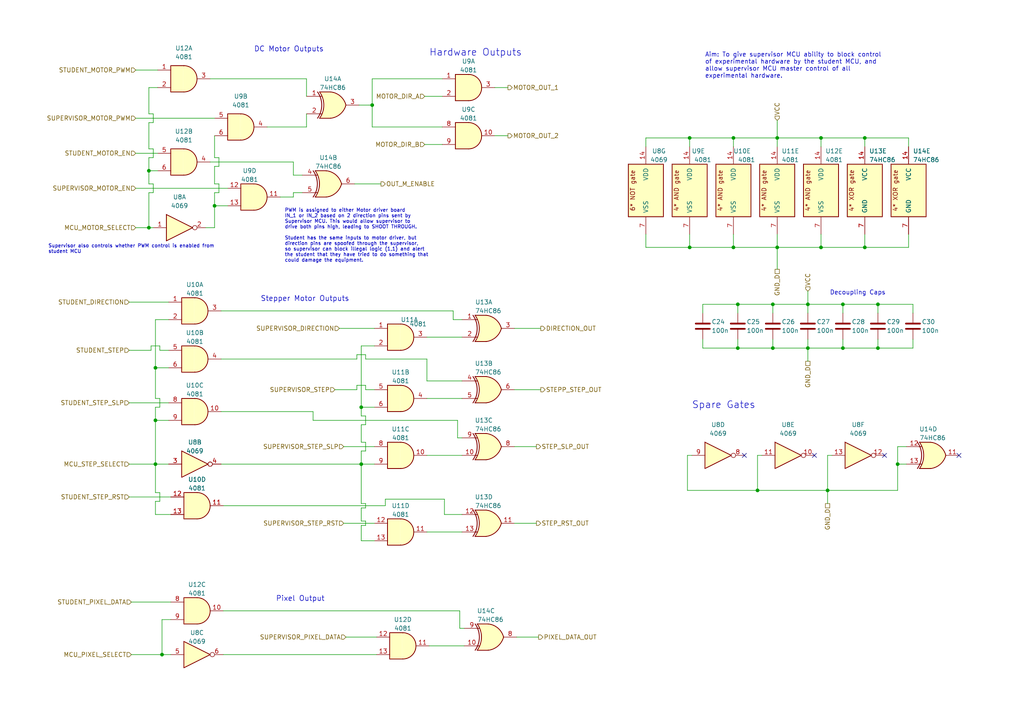
<source format=kicad_sch>
(kicad_sch (version 20211123) (generator eeschema)
  (paper "A4")
  (lib_symbols
    (symbol "000_Capacitor_Film_Immo:cap_film_0805" (pin_numbers hide) (pin_names (offset 0.254))
      (property "Reference" "C" (at 0.635 2.54 0))
      (property "Value" "cap_film_0805" (at 0.635 -2.54 0))
      (symbol "cap_film_0805_1_1"
        (pin passive line (at 0 3.81 270) (length 2.794) (name "~") (number "1"))
        (pin passive line (at 0 -3.81 90) (length 2.794) (name "~") (number "2"))
      )
    )
    (symbol "4069_1" (pin_names (offset 1.016))
      (property "Reference" "U" (at 0 1.27 0))
      (property "Value" "4069_1" (at 0 -1.27 0))
      (symbol "4069_1_1_0"
        (pin input line (at -7.62 0 0) (length 3.81) (name "~") (number "1"))
        (pin output inverted (at 7.62 0 180) (length 3.81) (name "~") (number "2"))
      )
      (symbol "4069_1_2_0"
        (pin input line (at -7.62 0 0) (length 3.81) (name "~") (number "3"))
        (pin output inverted (at 7.62 0 180) (length 3.81) (name "~") (number "4"))
      )
      (symbol "4069_1_3_0"
        (pin input line (at -7.62 0 0) (length 3.81) (name "~") (number "5"))
        (pin output inverted (at 7.62 0 180) (length 3.81) (name "~") (number "6"))
      )
      (symbol "4069_1_4_0"
        (pin output inverted (at 7.62 0 180) (length 3.81) (name "~") (number "8"))
        (pin input line (at -7.62 0 0) (length 3.81) (name "~") (number "9"))
      )
      (symbol "4069_1_5_0"
        (pin output inverted (at 7.62 0 180) (length 3.81) (name "~") (number "10"))
        (pin input line (at -7.62 0 0) (length 3.81) (name "~") (number "11"))
      )
      (symbol "4069_1_6_0"
        (pin output inverted (at 7.62 0 180) (length 3.81) (name "~") (number "12"))
        (pin input line (at -7.62 0 0) (length 3.81) (name "~") (number "13"))
      )
      (symbol "4069_1_7_0"
        (text "6* NOT gate" (at -3.81 0 900) (effects (font (size 1.27 1.27))))
        (pin power_in line (at 0 12.7 270) (length 5.08) (name "VDD") (number "14"))
        (pin power_in line (at 0 -12.7 90) (length 5.08) (name "VSS") (number "7"))
      )
    )
    (symbol "4069_2" (pin_names (offset 1.016))
      (property "Reference" "U" (at 0 1.27 0))
      (property "Value" "4069_2" (at 0 -1.27 0))
      (symbol "4069_2_1_0"
        (pin input line (at -7.62 0 0) (length 3.81) (name "~") (number "1"))
        (pin output inverted (at 7.62 0 180) (length 3.81) (name "~") (number "2"))
      )
      (symbol "4069_2_2_0"
        (pin input line (at -7.62 0 0) (length 3.81) (name "~") (number "3"))
        (pin output inverted (at 7.62 0 180) (length 3.81) (name "~") (number "4"))
      )
      (symbol "4069_2_3_0"
        (pin input line (at -7.62 0 0) (length 3.81) (name "~") (number "5"))
        (pin output inverted (at 7.62 0 180) (length 3.81) (name "~") (number "6"))
      )
      (symbol "4069_2_4_0"
        (pin output inverted (at 7.62 0 180) (length 3.81) (name "~") (number "8"))
        (pin input line (at -7.62 0 0) (length 3.81) (name "~") (number "9"))
      )
      (symbol "4069_2_5_0"
        (pin output inverted (at 7.62 0 180) (length 3.81) (name "~") (number "10"))
        (pin input line (at -7.62 0 0) (length 3.81) (name "~") (number "11"))
      )
      (symbol "4069_2_6_0"
        (pin output inverted (at 7.62 0 180) (length 3.81) (name "~") (number "12"))
        (pin input line (at -7.62 0 0) (length 3.81) (name "~") (number "13"))
      )
      (symbol "4069_2_7_0"
        (text "6* NOT gate" (at -3.81 0 900) (effects (font (size 1.27 1.27))))
        (pin power_in line (at 0 12.7 270) (length 5.08) (name "VDD") (number "14"))
        (pin power_in line (at 0 -12.7 90) (length 5.08) (name "VSS") (number "7"))
      )
    )
    (symbol "4069_3" (pin_names (offset 1.016))
      (property "Reference" "U" (at 0 1.27 0))
      (property "Value" "4069_3" (at 0 -1.27 0))
      (symbol "4069_3_1_0"
        (pin input line (at -7.62 0 0) (length 3.81) (name "~") (number "1"))
        (pin output inverted (at 7.62 0 180) (length 3.81) (name "~") (number "2"))
      )
      (symbol "4069_3_2_0"
        (pin input line (at -7.62 0 0) (length 3.81) (name "~") (number "3"))
        (pin output inverted (at 7.62 0 180) (length 3.81) (name "~") (number "4"))
      )
      (symbol "4069_3_3_0"
        (pin input line (at -7.62 0 0) (length 3.81) (name "~") (number "5"))
        (pin output inverted (at 7.62 0 180) (length 3.81) (name "~") (number "6"))
      )
      (symbol "4069_3_4_0"
        (pin output inverted (at 7.62 0 180) (length 3.81) (name "~") (number "8"))
        (pin input line (at -7.62 0 0) (length 3.81) (name "~") (number "9"))
      )
      (symbol "4069_3_5_0"
        (pin output inverted (at 7.62 0 180) (length 3.81) (name "~") (number "10"))
        (pin input line (at -7.62 0 0) (length 3.81) (name "~") (number "11"))
      )
      (symbol "4069_3_6_0"
        (pin output inverted (at 7.62 0 180) (length 3.81) (name "~") (number "12"))
        (pin input line (at -7.62 0 0) (length 3.81) (name "~") (number "13"))
      )
      (symbol "4069_3_7_0"
        (text "6* NOT gate" (at -3.81 0 900) (effects (font (size 1.27 1.27))))
        (pin power_in line (at 0 12.7 270) (length 5.08) (name "VDD") (number "14"))
        (pin power_in line (at 0 -12.7 90) (length 5.08) (name "VSS") (number "7"))
      )
    )
    (symbol "4069_4" (pin_names (offset 1.016))
      (property "Reference" "U" (at 0 1.27 0))
      (property "Value" "4069_4" (at 0 -1.27 0))
      (symbol "4069_4_1_0"
        (pin input line (at -7.62 0 0) (length 3.81) (name "~") (number "1"))
        (pin output inverted (at 7.62 0 180) (length 3.81) (name "~") (number "2"))
      )
      (symbol "4069_4_2_0"
        (pin input line (at -7.62 0 0) (length 3.81) (name "~") (number "3"))
        (pin output inverted (at 7.62 0 180) (length 3.81) (name "~") (number "4"))
      )
      (symbol "4069_4_3_0"
        (pin input line (at -7.62 0 0) (length 3.81) (name "~") (number "5"))
        (pin output inverted (at 7.62 0 180) (length 3.81) (name "~") (number "6"))
      )
      (symbol "4069_4_4_0"
        (pin output inverted (at 7.62 0 180) (length 3.81) (name "~") (number "8"))
        (pin input line (at -7.62 0 0) (length 3.81) (name "~") (number "9"))
      )
      (symbol "4069_4_5_0"
        (pin output inverted (at 7.62 0 180) (length 3.81) (name "~") (number "10"))
        (pin input line (at -7.62 0 0) (length 3.81) (name "~") (number "11"))
      )
      (symbol "4069_4_6_0"
        (pin output inverted (at 7.62 0 180) (length 3.81) (name "~") (number "12"))
        (pin input line (at -7.62 0 0) (length 3.81) (name "~") (number "13"))
      )
      (symbol "4069_4_7_0"
        (text "6* NOT gate" (at -3.81 0 900) (effects (font (size 1.27 1.27))))
        (pin power_in line (at 0 12.7 270) (length 5.08) (name "VDD") (number "14"))
        (pin power_in line (at 0 -12.7 90) (length 5.08) (name "VSS") (number "7"))
      )
    )
    (symbol "4069_5" (pin_names (offset 1.016))
      (property "Reference" "U" (at 0 1.27 0))
      (property "Value" "4069_5" (at 0 -1.27 0))
      (symbol "4069_5_1_0"
        (pin input line (at -7.62 0 0) (length 3.81) (name "~") (number "1"))
        (pin output inverted (at 7.62 0 180) (length 3.81) (name "~") (number "2"))
      )
      (symbol "4069_5_2_0"
        (pin input line (at -7.62 0 0) (length 3.81) (name "~") (number "3"))
        (pin output inverted (at 7.62 0 180) (length 3.81) (name "~") (number "4"))
      )
      (symbol "4069_5_3_0"
        (pin input line (at -7.62 0 0) (length 3.81) (name "~") (number "5"))
        (pin output inverted (at 7.62 0 180) (length 3.81) (name "~") (number "6"))
      )
      (symbol "4069_5_4_0"
        (pin output inverted (at 7.62 0 180) (length 3.81) (name "~") (number "8"))
        (pin input line (at -7.62 0 0) (length 3.81) (name "~") (number "9"))
      )
      (symbol "4069_5_5_0"
        (pin output inverted (at 7.62 0 180) (length 3.81) (name "~") (number "10"))
        (pin input line (at -7.62 0 0) (length 3.81) (name "~") (number "11"))
      )
      (symbol "4069_5_6_0"
        (pin output inverted (at 7.62 0 180) (length 3.81) (name "~") (number "12"))
        (pin input line (at -7.62 0 0) (length 3.81) (name "~") (number "13"))
      )
      (symbol "4069_5_7_0"
        (text "6* NOT gate" (at -3.81 0 900) (effects (font (size 1.27 1.27))))
        (pin power_in line (at 0 12.7 270) (length 5.08) (name "VDD") (number "14"))
        (pin power_in line (at 0 -12.7 90) (length 5.08) (name "VSS") (number "7"))
      )
    )
    (symbol "4069_6" (pin_names (offset 1.016))
      (property "Reference" "U" (at 0 1.27 0))
      (property "Value" "4069_6" (at 0 -1.27 0))
      (symbol "4069_6_1_0"
        (pin input line (at -7.62 0 0) (length 3.81) (name "~") (number "1"))
        (pin output inverted (at 7.62 0 180) (length 3.81) (name "~") (number "2"))
      )
      (symbol "4069_6_2_0"
        (pin input line (at -7.62 0 0) (length 3.81) (name "~") (number "3"))
        (pin output inverted (at 7.62 0 180) (length 3.81) (name "~") (number "4"))
      )
      (symbol "4069_6_3_0"
        (pin input line (at -7.62 0 0) (length 3.81) (name "~") (number "5"))
        (pin output inverted (at 7.62 0 180) (length 3.81) (name "~") (number "6"))
      )
      (symbol "4069_6_4_0"
        (pin output inverted (at 7.62 0 180) (length 3.81) (name "~") (number "8"))
        (pin input line (at -7.62 0 0) (length 3.81) (name "~") (number "9"))
      )
      (symbol "4069_6_5_0"
        (pin output inverted (at 7.62 0 180) (length 3.81) (name "~") (number "10"))
        (pin input line (at -7.62 0 0) (length 3.81) (name "~") (number "11"))
      )
      (symbol "4069_6_6_0"
        (pin output inverted (at 7.62 0 180) (length 3.81) (name "~") (number "12"))
        (pin input line (at -7.62 0 0) (length 3.81) (name "~") (number "13"))
      )
      (symbol "4069_6_7_0"
        (text "6* NOT gate" (at -3.81 0 900) (effects (font (size 1.27 1.27))))
        (pin power_in line (at 0 12.7 270) (length 5.08) (name "VDD") (number "14"))
        (pin power_in line (at 0 -12.7 90) (length 5.08) (name "VSS") (number "7"))
      )
    )
    (symbol "4081_1" (pin_names (offset 1.016))
      (property "Reference" "U" (at 0 1.27 0))
      (property "Value" "4081_1" (at 0 -1.27 0))
      (symbol "4081_1_1_1"
        (pin input line (at -7.62 2.54 0) (length 3.81) (name "~") (number "1"))
        (pin input line (at -7.62 -2.54 0) (length 3.81) (name "~") (number "2"))
        (pin output line (at 7.62 0 180) (length 3.81) (name "~") (number "3"))
      )
      (symbol "4081_1_1_2"
        (pin input inverted (at -7.62 2.54 0) (length 4.318) (name "~") (number "1"))
        (pin input inverted (at -7.62 -2.54 0) (length 4.318) (name "~") (number "2"))
        (pin output inverted (at 7.62 0 180) (length 3.81) (name "~") (number "3"))
      )
      (symbol "4081_1_2_1"
        (pin output line (at 7.62 0 180) (length 3.81) (name "~") (number "4"))
        (pin input line (at -7.62 2.54 0) (length 3.81) (name "~") (number "5"))
        (pin input line (at -7.62 -2.54 0) (length 3.81) (name "~") (number "6"))
      )
      (symbol "4081_1_2_2"
        (pin output inverted (at 7.62 0 180) (length 3.81) (name "~") (number "4"))
        (pin input inverted (at -7.62 2.54 0) (length 4.318) (name "~") (number "5"))
        (pin input inverted (at -7.62 -2.54 0) (length 4.318) (name "~") (number "6"))
      )
      (symbol "4081_1_3_1"
        (pin output line (at 7.62 0 180) (length 3.81) (name "~") (number "10"))
        (pin input line (at -7.62 2.54 0) (length 3.81) (name "~") (number "8"))
        (pin input line (at -7.62 -2.54 0) (length 3.81) (name "~") (number "9"))
      )
      (symbol "4081_1_3_2"
        (pin output inverted (at 7.62 0 180) (length 3.81) (name "~") (number "10"))
        (pin input inverted (at -7.62 2.54 0) (length 4.318) (name "~") (number "8"))
        (pin input inverted (at -7.62 -2.54 0) (length 4.318) (name "~") (number "9"))
      )
      (symbol "4081_1_4_1"
        (pin output line (at 7.62 0 180) (length 3.81) (name "~") (number "11"))
        (pin input line (at -7.62 2.54 0) (length 3.81) (name "~") (number "12"))
        (pin input line (at -7.62 -2.54 0) (length 3.81) (name "~") (number "13"))
      )
      (symbol "4081_1_4_2"
        (pin output inverted (at 7.62 0 180) (length 3.81) (name "~") (number "11"))
        (pin input inverted (at -7.62 2.54 0) (length 4.318) (name "~") (number "12"))
        (pin input inverted (at -7.62 -2.54 0) (length 4.318) (name "~") (number "13"))
      )
      (symbol "4081_1_5_0"
        (text "4* AND gate" (at -3.81 0 900) (effects (font (size 1.27 1.27))))
        (pin power_in line (at 0 12.7 270) (length 5.08) (name "VDD") (number "14"))
        (pin power_in line (at 0 -12.7 90) (length 5.08) (name "VSS") (number "7"))
      )
    )
    (symbol "4081_10" (pin_names (offset 1.016))
      (property "Reference" "U" (at 0 1.27 0))
      (property "Value" "4081_10" (at 0 -1.27 0))
      (symbol "4081_10_1_1"
        (pin input line (at -7.62 2.54 0) (length 3.81) (name "~") (number "1"))
        (pin input line (at -7.62 -2.54 0) (length 3.81) (name "~") (number "2"))
        (pin output line (at 7.62 0 180) (length 3.81) (name "~") (number "3"))
      )
      (symbol "4081_10_1_2"
        (pin input inverted (at -7.62 2.54 0) (length 4.318) (name "~") (number "1"))
        (pin input inverted (at -7.62 -2.54 0) (length 4.318) (name "~") (number "2"))
        (pin output inverted (at 7.62 0 180) (length 3.81) (name "~") (number "3"))
      )
      (symbol "4081_10_2_1"
        (pin output line (at 7.62 0 180) (length 3.81) (name "~") (number "4"))
        (pin input line (at -7.62 2.54 0) (length 3.81) (name "~") (number "5"))
        (pin input line (at -7.62 -2.54 0) (length 3.81) (name "~") (number "6"))
      )
      (symbol "4081_10_2_2"
        (pin output inverted (at 7.62 0 180) (length 3.81) (name "~") (number "4"))
        (pin input inverted (at -7.62 2.54 0) (length 4.318) (name "~") (number "5"))
        (pin input inverted (at -7.62 -2.54 0) (length 4.318) (name "~") (number "6"))
      )
      (symbol "4081_10_3_1"
        (pin output line (at 7.62 0 180) (length 3.81) (name "~") (number "10"))
        (pin input line (at -7.62 2.54 0) (length 3.81) (name "~") (number "8"))
        (pin input line (at -7.62 -2.54 0) (length 3.81) (name "~") (number "9"))
      )
      (symbol "4081_10_3_2"
        (pin output inverted (at 7.62 0 180) (length 3.81) (name "~") (number "10"))
        (pin input inverted (at -7.62 2.54 0) (length 4.318) (name "~") (number "8"))
        (pin input inverted (at -7.62 -2.54 0) (length 4.318) (name "~") (number "9"))
      )
      (symbol "4081_10_4_1"
        (pin output line (at 7.62 0 180) (length 3.81) (name "~") (number "11"))
        (pin input line (at -7.62 2.54 0) (length 3.81) (name "~") (number "12"))
        (pin input line (at -7.62 -2.54 0) (length 3.81) (name "~") (number "13"))
      )
      (symbol "4081_10_4_2"
        (pin output inverted (at 7.62 0 180) (length 3.81) (name "~") (number "11"))
        (pin input inverted (at -7.62 2.54 0) (length 4.318) (name "~") (number "12"))
        (pin input inverted (at -7.62 -2.54 0) (length 4.318) (name "~") (number "13"))
      )
      (symbol "4081_10_5_0"
        (text "4* AND gate" (at -3.81 0 900) (effects (font (size 1.27 1.27))))
        (pin power_in line (at 0 12.7 270) (length 5.08) (name "VDD") (number "14"))
        (pin power_in line (at 0 -12.7 90) (length 5.08) (name "VSS") (number "7"))
      )
    )
    (symbol "4081_11" (pin_names (offset 1.016))
      (property "Reference" "U" (at 0 1.27 0))
      (property "Value" "4081_11" (at 0 -1.27 0))
      (symbol "4081_11_1_1"
        (pin input line (at -7.62 2.54 0) (length 3.81) (name "~") (number "1"))
        (pin input line (at -7.62 -2.54 0) (length 3.81) (name "~") (number "2"))
        (pin output line (at 7.62 0 180) (length 3.81) (name "~") (number "3"))
      )
      (symbol "4081_11_1_2"
        (pin input inverted (at -7.62 2.54 0) (length 4.318) (name "~") (number "1"))
        (pin input inverted (at -7.62 -2.54 0) (length 4.318) (name "~") (number "2"))
        (pin output inverted (at 7.62 0 180) (length 3.81) (name "~") (number "3"))
      )
      (symbol "4081_11_2_1"
        (pin output line (at 7.62 0 180) (length 3.81) (name "~") (number "4"))
        (pin input line (at -7.62 2.54 0) (length 3.81) (name "~") (number "5"))
        (pin input line (at -7.62 -2.54 0) (length 3.81) (name "~") (number "6"))
      )
      (symbol "4081_11_2_2"
        (pin output inverted (at 7.62 0 180) (length 3.81) (name "~") (number "4"))
        (pin input inverted (at -7.62 2.54 0) (length 4.318) (name "~") (number "5"))
        (pin input inverted (at -7.62 -2.54 0) (length 4.318) (name "~") (number "6"))
      )
      (symbol "4081_11_3_1"
        (pin output line (at 7.62 0 180) (length 3.81) (name "~") (number "10"))
        (pin input line (at -7.62 2.54 0) (length 3.81) (name "~") (number "8"))
        (pin input line (at -7.62 -2.54 0) (length 3.81) (name "~") (number "9"))
      )
      (symbol "4081_11_3_2"
        (pin output inverted (at 7.62 0 180) (length 3.81) (name "~") (number "10"))
        (pin input inverted (at -7.62 2.54 0) (length 4.318) (name "~") (number "8"))
        (pin input inverted (at -7.62 -2.54 0) (length 4.318) (name "~") (number "9"))
      )
      (symbol "4081_11_4_1"
        (pin output line (at 7.62 0 180) (length 3.81) (name "~") (number "11"))
        (pin input line (at -7.62 2.54 0) (length 3.81) (name "~") (number "12"))
        (pin input line (at -7.62 -2.54 0) (length 3.81) (name "~") (number "13"))
      )
      (symbol "4081_11_4_2"
        (pin output inverted (at 7.62 0 180) (length 3.81) (name "~") (number "11"))
        (pin input inverted (at -7.62 2.54 0) (length 4.318) (name "~") (number "12"))
        (pin input inverted (at -7.62 -2.54 0) (length 4.318) (name "~") (number "13"))
      )
      (symbol "4081_11_5_0"
        (text "4* AND gate" (at -3.81 0 900) (effects (font (size 1.27 1.27))))
        (pin power_in line (at 0 12.7 270) (length 5.08) (name "VDD") (number "14"))
        (pin power_in line (at 0 -12.7 90) (length 5.08) (name "VSS") (number "7"))
      )
    )
    (symbol "4081_12" (pin_names (offset 1.016))
      (property "Reference" "U" (at 0 1.27 0))
      (property "Value" "4081_12" (at 0 -1.27 0))
      (symbol "4081_12_1_1"
        (pin input line (at -7.62 2.54 0) (length 3.81) (name "~") (number "1"))
        (pin input line (at -7.62 -2.54 0) (length 3.81) (name "~") (number "2"))
        (pin output line (at 7.62 0 180) (length 3.81) (name "~") (number "3"))
      )
      (symbol "4081_12_1_2"
        (pin input inverted (at -7.62 2.54 0) (length 4.318) (name "~") (number "1"))
        (pin input inverted (at -7.62 -2.54 0) (length 4.318) (name "~") (number "2"))
        (pin output inverted (at 7.62 0 180) (length 3.81) (name "~") (number "3"))
      )
      (symbol "4081_12_2_1"
        (pin output line (at 7.62 0 180) (length 3.81) (name "~") (number "4"))
        (pin input line (at -7.62 2.54 0) (length 3.81) (name "~") (number "5"))
        (pin input line (at -7.62 -2.54 0) (length 3.81) (name "~") (number "6"))
      )
      (symbol "4081_12_2_2"
        (pin output inverted (at 7.62 0 180) (length 3.81) (name "~") (number "4"))
        (pin input inverted (at -7.62 2.54 0) (length 4.318) (name "~") (number "5"))
        (pin input inverted (at -7.62 -2.54 0) (length 4.318) (name "~") (number "6"))
      )
      (symbol "4081_12_3_1"
        (pin output line (at 7.62 0 180) (length 3.81) (name "~") (number "10"))
        (pin input line (at -7.62 2.54 0) (length 3.81) (name "~") (number "8"))
        (pin input line (at -7.62 -2.54 0) (length 3.81) (name "~") (number "9"))
      )
      (symbol "4081_12_3_2"
        (pin output inverted (at 7.62 0 180) (length 3.81) (name "~") (number "10"))
        (pin input inverted (at -7.62 2.54 0) (length 4.318) (name "~") (number "8"))
        (pin input inverted (at -7.62 -2.54 0) (length 4.318) (name "~") (number "9"))
      )
      (symbol "4081_12_4_1"
        (pin output line (at 7.62 0 180) (length 3.81) (name "~") (number "11"))
        (pin input line (at -7.62 2.54 0) (length 3.81) (name "~") (number "12"))
        (pin input line (at -7.62 -2.54 0) (length 3.81) (name "~") (number "13"))
      )
      (symbol "4081_12_4_2"
        (pin output inverted (at 7.62 0 180) (length 3.81) (name "~") (number "11"))
        (pin input inverted (at -7.62 2.54 0) (length 4.318) (name "~") (number "12"))
        (pin input inverted (at -7.62 -2.54 0) (length 4.318) (name "~") (number "13"))
      )
      (symbol "4081_12_5_0"
        (text "4* AND gate" (at -3.81 0 900) (effects (font (size 1.27 1.27))))
        (pin power_in line (at 0 12.7 270) (length 5.08) (name "VDD") (number "14"))
        (pin power_in line (at 0 -12.7 90) (length 5.08) (name "VSS") (number "7"))
      )
    )
    (symbol "4081_13" (pin_names (offset 1.016))
      (property "Reference" "U" (at 0 1.27 0))
      (property "Value" "4081_13" (at 0 -1.27 0))
      (symbol "4081_13_1_1"
        (pin input line (at -7.62 2.54 0) (length 3.81) (name "~") (number "1"))
        (pin input line (at -7.62 -2.54 0) (length 3.81) (name "~") (number "2"))
        (pin output line (at 7.62 0 180) (length 3.81) (name "~") (number "3"))
      )
      (symbol "4081_13_1_2"
        (pin input inverted (at -7.62 2.54 0) (length 4.318) (name "~") (number "1"))
        (pin input inverted (at -7.62 -2.54 0) (length 4.318) (name "~") (number "2"))
        (pin output inverted (at 7.62 0 180) (length 3.81) (name "~") (number "3"))
      )
      (symbol "4081_13_2_1"
        (pin output line (at 7.62 0 180) (length 3.81) (name "~") (number "4"))
        (pin input line (at -7.62 2.54 0) (length 3.81) (name "~") (number "5"))
        (pin input line (at -7.62 -2.54 0) (length 3.81) (name "~") (number "6"))
      )
      (symbol "4081_13_2_2"
        (pin output inverted (at 7.62 0 180) (length 3.81) (name "~") (number "4"))
        (pin input inverted (at -7.62 2.54 0) (length 4.318) (name "~") (number "5"))
        (pin input inverted (at -7.62 -2.54 0) (length 4.318) (name "~") (number "6"))
      )
      (symbol "4081_13_3_1"
        (pin output line (at 7.62 0 180) (length 3.81) (name "~") (number "10"))
        (pin input line (at -7.62 2.54 0) (length 3.81) (name "~") (number "8"))
        (pin input line (at -7.62 -2.54 0) (length 3.81) (name "~") (number "9"))
      )
      (symbol "4081_13_3_2"
        (pin output inverted (at 7.62 0 180) (length 3.81) (name "~") (number "10"))
        (pin input inverted (at -7.62 2.54 0) (length 4.318) (name "~") (number "8"))
        (pin input inverted (at -7.62 -2.54 0) (length 4.318) (name "~") (number "9"))
      )
      (symbol "4081_13_4_1"
        (pin output line (at 7.62 0 180) (length 3.81) (name "~") (number "11"))
        (pin input line (at -7.62 2.54 0) (length 3.81) (name "~") (number "12"))
        (pin input line (at -7.62 -2.54 0) (length 3.81) (name "~") (number "13"))
      )
      (symbol "4081_13_4_2"
        (pin output inverted (at 7.62 0 180) (length 3.81) (name "~") (number "11"))
        (pin input inverted (at -7.62 2.54 0) (length 4.318) (name "~") (number "12"))
        (pin input inverted (at -7.62 -2.54 0) (length 4.318) (name "~") (number "13"))
      )
      (symbol "4081_13_5_0"
        (text "4* AND gate" (at -3.81 0 900) (effects (font (size 1.27 1.27))))
        (pin power_in line (at 0 12.7 270) (length 5.08) (name "VDD") (number "14"))
        (pin power_in line (at 0 -12.7 90) (length 5.08) (name "VSS") (number "7"))
      )
    )
    (symbol "4081_14" (pin_names (offset 1.016))
      (property "Reference" "U" (at 0 1.27 0))
      (property "Value" "4081_14" (at 0 -1.27 0))
      (symbol "4081_14_1_1"
        (pin input line (at -7.62 2.54 0) (length 3.81) (name "~") (number "1"))
        (pin input line (at -7.62 -2.54 0) (length 3.81) (name "~") (number "2"))
        (pin output line (at 7.62 0 180) (length 3.81) (name "~") (number "3"))
      )
      (symbol "4081_14_1_2"
        (pin input inverted (at -7.62 2.54 0) (length 4.318) (name "~") (number "1"))
        (pin input inverted (at -7.62 -2.54 0) (length 4.318) (name "~") (number "2"))
        (pin output inverted (at 7.62 0 180) (length 3.81) (name "~") (number "3"))
      )
      (symbol "4081_14_2_1"
        (pin output line (at 7.62 0 180) (length 3.81) (name "~") (number "4"))
        (pin input line (at -7.62 2.54 0) (length 3.81) (name "~") (number "5"))
        (pin input line (at -7.62 -2.54 0) (length 3.81) (name "~") (number "6"))
      )
      (symbol "4081_14_2_2"
        (pin output inverted (at 7.62 0 180) (length 3.81) (name "~") (number "4"))
        (pin input inverted (at -7.62 2.54 0) (length 4.318) (name "~") (number "5"))
        (pin input inverted (at -7.62 -2.54 0) (length 4.318) (name "~") (number "6"))
      )
      (symbol "4081_14_3_1"
        (pin output line (at 7.62 0 180) (length 3.81) (name "~") (number "10"))
        (pin input line (at -7.62 2.54 0) (length 3.81) (name "~") (number "8"))
        (pin input line (at -7.62 -2.54 0) (length 3.81) (name "~") (number "9"))
      )
      (symbol "4081_14_3_2"
        (pin output inverted (at 7.62 0 180) (length 3.81) (name "~") (number "10"))
        (pin input inverted (at -7.62 2.54 0) (length 4.318) (name "~") (number "8"))
        (pin input inverted (at -7.62 -2.54 0) (length 4.318) (name "~") (number "9"))
      )
      (symbol "4081_14_4_1"
        (pin output line (at 7.62 0 180) (length 3.81) (name "~") (number "11"))
        (pin input line (at -7.62 2.54 0) (length 3.81) (name "~") (number "12"))
        (pin input line (at -7.62 -2.54 0) (length 3.81) (name "~") (number "13"))
      )
      (symbol "4081_14_4_2"
        (pin output inverted (at 7.62 0 180) (length 3.81) (name "~") (number "11"))
        (pin input inverted (at -7.62 2.54 0) (length 4.318) (name "~") (number "12"))
        (pin input inverted (at -7.62 -2.54 0) (length 4.318) (name "~") (number "13"))
      )
      (symbol "4081_14_5_0"
        (text "4* AND gate" (at -3.81 0 900) (effects (font (size 1.27 1.27))))
        (pin power_in line (at 0 12.7 270) (length 5.08) (name "VDD") (number "14"))
        (pin power_in line (at 0 -12.7 90) (length 5.08) (name "VSS") (number "7"))
      )
    )
    (symbol "4081_15" (pin_names (offset 1.016))
      (property "Reference" "U" (at 0 1.27 0))
      (property "Value" "4081_15" (at 0 -1.27 0))
      (symbol "4081_15_1_1"
        (pin input line (at -7.62 2.54 0) (length 3.81) (name "~") (number "1"))
        (pin input line (at -7.62 -2.54 0) (length 3.81) (name "~") (number "2"))
        (pin output line (at 7.62 0 180) (length 3.81) (name "~") (number "3"))
      )
      (symbol "4081_15_1_2"
        (pin input inverted (at -7.62 2.54 0) (length 4.318) (name "~") (number "1"))
        (pin input inverted (at -7.62 -2.54 0) (length 4.318) (name "~") (number "2"))
        (pin output inverted (at 7.62 0 180) (length 3.81) (name "~") (number "3"))
      )
      (symbol "4081_15_2_1"
        (pin output line (at 7.62 0 180) (length 3.81) (name "~") (number "4"))
        (pin input line (at -7.62 2.54 0) (length 3.81) (name "~") (number "5"))
        (pin input line (at -7.62 -2.54 0) (length 3.81) (name "~") (number "6"))
      )
      (symbol "4081_15_2_2"
        (pin output inverted (at 7.62 0 180) (length 3.81) (name "~") (number "4"))
        (pin input inverted (at -7.62 2.54 0) (length 4.318) (name "~") (number "5"))
        (pin input inverted (at -7.62 -2.54 0) (length 4.318) (name "~") (number "6"))
      )
      (symbol "4081_15_3_1"
        (pin output line (at 7.62 0 180) (length 3.81) (name "~") (number "10"))
        (pin input line (at -7.62 2.54 0) (length 3.81) (name "~") (number "8"))
        (pin input line (at -7.62 -2.54 0) (length 3.81) (name "~") (number "9"))
      )
      (symbol "4081_15_3_2"
        (pin output inverted (at 7.62 0 180) (length 3.81) (name "~") (number "10"))
        (pin input inverted (at -7.62 2.54 0) (length 4.318) (name "~") (number "8"))
        (pin input inverted (at -7.62 -2.54 0) (length 4.318) (name "~") (number "9"))
      )
      (symbol "4081_15_4_1"
        (pin output line (at 7.62 0 180) (length 3.81) (name "~") (number "11"))
        (pin input line (at -7.62 2.54 0) (length 3.81) (name "~") (number "12"))
        (pin input line (at -7.62 -2.54 0) (length 3.81) (name "~") (number "13"))
      )
      (symbol "4081_15_4_2"
        (pin output inverted (at 7.62 0 180) (length 3.81) (name "~") (number "11"))
        (pin input inverted (at -7.62 2.54 0) (length 4.318) (name "~") (number "12"))
        (pin input inverted (at -7.62 -2.54 0) (length 4.318) (name "~") (number "13"))
      )
      (symbol "4081_15_5_0"
        (text "4* AND gate" (at -3.81 0 900) (effects (font (size 1.27 1.27))))
        (pin power_in line (at 0 12.7 270) (length 5.08) (name "VDD") (number "14"))
        (pin power_in line (at 0 -12.7 90) (length 5.08) (name "VSS") (number "7"))
      )
    )
    (symbol "4081_16" (pin_names (offset 1.016))
      (property "Reference" "U" (at 0 1.27 0))
      (property "Value" "4081_16" (at 0 -1.27 0))
      (symbol "4081_16_1_1"
        (pin input line (at -7.62 2.54 0) (length 3.81) (name "~") (number "1"))
        (pin input line (at -7.62 -2.54 0) (length 3.81) (name "~") (number "2"))
        (pin output line (at 7.62 0 180) (length 3.81) (name "~") (number "3"))
      )
      (symbol "4081_16_1_2"
        (pin input inverted (at -7.62 2.54 0) (length 4.318) (name "~") (number "1"))
        (pin input inverted (at -7.62 -2.54 0) (length 4.318) (name "~") (number "2"))
        (pin output inverted (at 7.62 0 180) (length 3.81) (name "~") (number "3"))
      )
      (symbol "4081_16_2_1"
        (pin output line (at 7.62 0 180) (length 3.81) (name "~") (number "4"))
        (pin input line (at -7.62 2.54 0) (length 3.81) (name "~") (number "5"))
        (pin input line (at -7.62 -2.54 0) (length 3.81) (name "~") (number "6"))
      )
      (symbol "4081_16_2_2"
        (pin output inverted (at 7.62 0 180) (length 3.81) (name "~") (number "4"))
        (pin input inverted (at -7.62 2.54 0) (length 4.318) (name "~") (number "5"))
        (pin input inverted (at -7.62 -2.54 0) (length 4.318) (name "~") (number "6"))
      )
      (symbol "4081_16_3_1"
        (pin output line (at 7.62 0 180) (length 3.81) (name "~") (number "10"))
        (pin input line (at -7.62 2.54 0) (length 3.81) (name "~") (number "8"))
        (pin input line (at -7.62 -2.54 0) (length 3.81) (name "~") (number "9"))
      )
      (symbol "4081_16_3_2"
        (pin output inverted (at 7.62 0 180) (length 3.81) (name "~") (number "10"))
        (pin input inverted (at -7.62 2.54 0) (length 4.318) (name "~") (number "8"))
        (pin input inverted (at -7.62 -2.54 0) (length 4.318) (name "~") (number "9"))
      )
      (symbol "4081_16_4_1"
        (pin output line (at 7.62 0 180) (length 3.81) (name "~") (number "11"))
        (pin input line (at -7.62 2.54 0) (length 3.81) (name "~") (number "12"))
        (pin input line (at -7.62 -2.54 0) (length 3.81) (name "~") (number "13"))
      )
      (symbol "4081_16_4_2"
        (pin output inverted (at 7.62 0 180) (length 3.81) (name "~") (number "11"))
        (pin input inverted (at -7.62 2.54 0) (length 4.318) (name "~") (number "12"))
        (pin input inverted (at -7.62 -2.54 0) (length 4.318) (name "~") (number "13"))
      )
      (symbol "4081_16_5_0"
        (text "4* AND gate" (at -3.81 0 900) (effects (font (size 1.27 1.27))))
        (pin power_in line (at 0 12.7 270) (length 5.08) (name "VDD") (number "14"))
        (pin power_in line (at 0 -12.7 90) (length 5.08) (name "VSS") (number "7"))
      )
    )
    (symbol "4081_17" (pin_names (offset 1.016))
      (property "Reference" "U" (at 0 1.27 0))
      (property "Value" "4081_17" (at 0 -1.27 0))
      (symbol "4081_17_1_1"
        (pin input line (at -7.62 2.54 0) (length 3.81) (name "~") (number "1"))
        (pin input line (at -7.62 -2.54 0) (length 3.81) (name "~") (number "2"))
        (pin output line (at 7.62 0 180) (length 3.81) (name "~") (number "3"))
      )
      (symbol "4081_17_1_2"
        (pin input inverted (at -7.62 2.54 0) (length 4.318) (name "~") (number "1"))
        (pin input inverted (at -7.62 -2.54 0) (length 4.318) (name "~") (number "2"))
        (pin output inverted (at 7.62 0 180) (length 3.81) (name "~") (number "3"))
      )
      (symbol "4081_17_2_1"
        (pin output line (at 7.62 0 180) (length 3.81) (name "~") (number "4"))
        (pin input line (at -7.62 2.54 0) (length 3.81) (name "~") (number "5"))
        (pin input line (at -7.62 -2.54 0) (length 3.81) (name "~") (number "6"))
      )
      (symbol "4081_17_2_2"
        (pin output inverted (at 7.62 0 180) (length 3.81) (name "~") (number "4"))
        (pin input inverted (at -7.62 2.54 0) (length 4.318) (name "~") (number "5"))
        (pin input inverted (at -7.62 -2.54 0) (length 4.318) (name "~") (number "6"))
      )
      (symbol "4081_17_3_1"
        (pin output line (at 7.62 0 180) (length 3.81) (name "~") (number "10"))
        (pin input line (at -7.62 2.54 0) (length 3.81) (name "~") (number "8"))
        (pin input line (at -7.62 -2.54 0) (length 3.81) (name "~") (number "9"))
      )
      (symbol "4081_17_3_2"
        (pin output inverted (at 7.62 0 180) (length 3.81) (name "~") (number "10"))
        (pin input inverted (at -7.62 2.54 0) (length 4.318) (name "~") (number "8"))
        (pin input inverted (at -7.62 -2.54 0) (length 4.318) (name "~") (number "9"))
      )
      (symbol "4081_17_4_1"
        (pin output line (at 7.62 0 180) (length 3.81) (name "~") (number "11"))
        (pin input line (at -7.62 2.54 0) (length 3.81) (name "~") (number "12"))
        (pin input line (at -7.62 -2.54 0) (length 3.81) (name "~") (number "13"))
      )
      (symbol "4081_17_4_2"
        (pin output inverted (at 7.62 0 180) (length 3.81) (name "~") (number "11"))
        (pin input inverted (at -7.62 2.54 0) (length 4.318) (name "~") (number "12"))
        (pin input inverted (at -7.62 -2.54 0) (length 4.318) (name "~") (number "13"))
      )
      (symbol "4081_17_5_0"
        (text "4* AND gate" (at -3.81 0 900) (effects (font (size 1.27 1.27))))
        (pin power_in line (at 0 12.7 270) (length 5.08) (name "VDD") (number "14"))
        (pin power_in line (at 0 -12.7 90) (length 5.08) (name "VSS") (number "7"))
      )
    )
    (symbol "4081_18" (pin_names (offset 1.016))
      (property "Reference" "U" (at 0 1.27 0))
      (property "Value" "4081_18" (at 0 -1.27 0))
      (symbol "4081_18_1_1"
        (pin input line (at -7.62 2.54 0) (length 3.81) (name "~") (number "1"))
        (pin input line (at -7.62 -2.54 0) (length 3.81) (name "~") (number "2"))
        (pin output line (at 7.62 0 180) (length 3.81) (name "~") (number "3"))
      )
      (symbol "4081_18_1_2"
        (pin input inverted (at -7.62 2.54 0) (length 4.318) (name "~") (number "1"))
        (pin input inverted (at -7.62 -2.54 0) (length 4.318) (name "~") (number "2"))
        (pin output inverted (at 7.62 0 180) (length 3.81) (name "~") (number "3"))
      )
      (symbol "4081_18_2_1"
        (pin output line (at 7.62 0 180) (length 3.81) (name "~") (number "4"))
        (pin input line (at -7.62 2.54 0) (length 3.81) (name "~") (number "5"))
        (pin input line (at -7.62 -2.54 0) (length 3.81) (name "~") (number "6"))
      )
      (symbol "4081_18_2_2"
        (pin output inverted (at 7.62 0 180) (length 3.81) (name "~") (number "4"))
        (pin input inverted (at -7.62 2.54 0) (length 4.318) (name "~") (number "5"))
        (pin input inverted (at -7.62 -2.54 0) (length 4.318) (name "~") (number "6"))
      )
      (symbol "4081_18_3_1"
        (pin output line (at 7.62 0 180) (length 3.81) (name "~") (number "10"))
        (pin input line (at -7.62 2.54 0) (length 3.81) (name "~") (number "8"))
        (pin input line (at -7.62 -2.54 0) (length 3.81) (name "~") (number "9"))
      )
      (symbol "4081_18_3_2"
        (pin output inverted (at 7.62 0 180) (length 3.81) (name "~") (number "10"))
        (pin input inverted (at -7.62 2.54 0) (length 4.318) (name "~") (number "8"))
        (pin input inverted (at -7.62 -2.54 0) (length 4.318) (name "~") (number "9"))
      )
      (symbol "4081_18_4_1"
        (pin output line (at 7.62 0 180) (length 3.81) (name "~") (number "11"))
        (pin input line (at -7.62 2.54 0) (length 3.81) (name "~") (number "12"))
        (pin input line (at -7.62 -2.54 0) (length 3.81) (name "~") (number "13"))
      )
      (symbol "4081_18_4_2"
        (pin output inverted (at 7.62 0 180) (length 3.81) (name "~") (number "11"))
        (pin input inverted (at -7.62 2.54 0) (length 4.318) (name "~") (number "12"))
        (pin input inverted (at -7.62 -2.54 0) (length 4.318) (name "~") (number "13"))
      )
      (symbol "4081_18_5_0"
        (text "4* AND gate" (at -3.81 0 900) (effects (font (size 1.27 1.27))))
        (pin power_in line (at 0 12.7 270) (length 5.08) (name "VDD") (number "14"))
        (pin power_in line (at 0 -12.7 90) (length 5.08) (name "VSS") (number "7"))
      )
    )
    (symbol "4081_19" (pin_names (offset 1.016))
      (property "Reference" "U" (at 0 1.27 0))
      (property "Value" "4081_19" (at 0 -1.27 0))
      (symbol "4081_19_1_1"
        (pin input line (at -7.62 2.54 0) (length 3.81) (name "~") (number "1"))
        (pin input line (at -7.62 -2.54 0) (length 3.81) (name "~") (number "2"))
        (pin output line (at 7.62 0 180) (length 3.81) (name "~") (number "3"))
      )
      (symbol "4081_19_1_2"
        (pin input inverted (at -7.62 2.54 0) (length 4.318) (name "~") (number "1"))
        (pin input inverted (at -7.62 -2.54 0) (length 4.318) (name "~") (number "2"))
        (pin output inverted (at 7.62 0 180) (length 3.81) (name "~") (number "3"))
      )
      (symbol "4081_19_2_1"
        (pin output line (at 7.62 0 180) (length 3.81) (name "~") (number "4"))
        (pin input line (at -7.62 2.54 0) (length 3.81) (name "~") (number "5"))
        (pin input line (at -7.62 -2.54 0) (length 3.81) (name "~") (number "6"))
      )
      (symbol "4081_19_2_2"
        (pin output inverted (at 7.62 0 180) (length 3.81) (name "~") (number "4"))
        (pin input inverted (at -7.62 2.54 0) (length 4.318) (name "~") (number "5"))
        (pin input inverted (at -7.62 -2.54 0) (length 4.318) (name "~") (number "6"))
      )
      (symbol "4081_19_3_1"
        (pin output line (at 7.62 0 180) (length 3.81) (name "~") (number "10"))
        (pin input line (at -7.62 2.54 0) (length 3.81) (name "~") (number "8"))
        (pin input line (at -7.62 -2.54 0) (length 3.81) (name "~") (number "9"))
      )
      (symbol "4081_19_3_2"
        (pin output inverted (at 7.62 0 180) (length 3.81) (name "~") (number "10"))
        (pin input inverted (at -7.62 2.54 0) (length 4.318) (name "~") (number "8"))
        (pin input inverted (at -7.62 -2.54 0) (length 4.318) (name "~") (number "9"))
      )
      (symbol "4081_19_4_1"
        (pin output line (at 7.62 0 180) (length 3.81) (name "~") (number "11"))
        (pin input line (at -7.62 2.54 0) (length 3.81) (name "~") (number "12"))
        (pin input line (at -7.62 -2.54 0) (length 3.81) (name "~") (number "13"))
      )
      (symbol "4081_19_4_2"
        (pin output inverted (at 7.62 0 180) (length 3.81) (name "~") (number "11"))
        (pin input inverted (at -7.62 2.54 0) (length 4.318) (name "~") (number "12"))
        (pin input inverted (at -7.62 -2.54 0) (length 4.318) (name "~") (number "13"))
      )
      (symbol "4081_19_5_0"
        (text "4* AND gate" (at -3.81 0 900) (effects (font (size 1.27 1.27))))
        (pin power_in line (at 0 12.7 270) (length 5.08) (name "VDD") (number "14"))
        (pin power_in line (at 0 -12.7 90) (length 5.08) (name "VSS") (number "7"))
      )
    )
    (symbol "4081_2" (pin_names (offset 1.016))
      (property "Reference" "U" (at 0 1.27 0))
      (property "Value" "4081_2" (at 0 -1.27 0))
      (symbol "4081_2_1_1"
        (pin input line (at -7.62 2.54 0) (length 3.81) (name "~") (number "1"))
        (pin input line (at -7.62 -2.54 0) (length 3.81) (name "~") (number "2"))
        (pin output line (at 7.62 0 180) (length 3.81) (name "~") (number "3"))
      )
      (symbol "4081_2_1_2"
        (pin input inverted (at -7.62 2.54 0) (length 4.318) (name "~") (number "1"))
        (pin input inverted (at -7.62 -2.54 0) (length 4.318) (name "~") (number "2"))
        (pin output inverted (at 7.62 0 180) (length 3.81) (name "~") (number "3"))
      )
      (symbol "4081_2_2_1"
        (pin output line (at 7.62 0 180) (length 3.81) (name "~") (number "4"))
        (pin input line (at -7.62 2.54 0) (length 3.81) (name "~") (number "5"))
        (pin input line (at -7.62 -2.54 0) (length 3.81) (name "~") (number "6"))
      )
      (symbol "4081_2_2_2"
        (pin output inverted (at 7.62 0 180) (length 3.81) (name "~") (number "4"))
        (pin input inverted (at -7.62 2.54 0) (length 4.318) (name "~") (number "5"))
        (pin input inverted (at -7.62 -2.54 0) (length 4.318) (name "~") (number "6"))
      )
      (symbol "4081_2_3_1"
        (pin output line (at 7.62 0 180) (length 3.81) (name "~") (number "10"))
        (pin input line (at -7.62 2.54 0) (length 3.81) (name "~") (number "8"))
        (pin input line (at -7.62 -2.54 0) (length 3.81) (name "~") (number "9"))
      )
      (symbol "4081_2_3_2"
        (pin output inverted (at 7.62 0 180) (length 3.81) (name "~") (number "10"))
        (pin input inverted (at -7.62 2.54 0) (length 4.318) (name "~") (number "8"))
        (pin input inverted (at -7.62 -2.54 0) (length 4.318) (name "~") (number "9"))
      )
      (symbol "4081_2_4_1"
        (pin output line (at 7.62 0 180) (length 3.81) (name "~") (number "11"))
        (pin input line (at -7.62 2.54 0) (length 3.81) (name "~") (number "12"))
        (pin input line (at -7.62 -2.54 0) (length 3.81) (name "~") (number "13"))
      )
      (symbol "4081_2_4_2"
        (pin output inverted (at 7.62 0 180) (length 3.81) (name "~") (number "11"))
        (pin input inverted (at -7.62 2.54 0) (length 4.318) (name "~") (number "12"))
        (pin input inverted (at -7.62 -2.54 0) (length 4.318) (name "~") (number "13"))
      )
      (symbol "4081_2_5_0"
        (text "4* AND gate" (at -3.81 0 900) (effects (font (size 1.27 1.27))))
        (pin power_in line (at 0 12.7 270) (length 5.08) (name "VDD") (number "14"))
        (pin power_in line (at 0 -12.7 90) (length 5.08) (name "VSS") (number "7"))
      )
    )
    (symbol "4081_3" (pin_names (offset 1.016))
      (property "Reference" "U" (at 0 1.27 0))
      (property "Value" "4081_3" (at 0 -1.27 0))
      (symbol "4081_3_1_1"
        (pin input line (at -7.62 2.54 0) (length 3.81) (name "~") (number "1"))
        (pin input line (at -7.62 -2.54 0) (length 3.81) (name "~") (number "2"))
        (pin output line (at 7.62 0 180) (length 3.81) (name "~") (number "3"))
      )
      (symbol "4081_3_1_2"
        (pin input inverted (at -7.62 2.54 0) (length 4.318) (name "~") (number "1"))
        (pin input inverted (at -7.62 -2.54 0) (length 4.318) (name "~") (number "2"))
        (pin output inverted (at 7.62 0 180) (length 3.81) (name "~") (number "3"))
      )
      (symbol "4081_3_2_1"
        (pin output line (at 7.62 0 180) (length 3.81) (name "~") (number "4"))
        (pin input line (at -7.62 2.54 0) (length 3.81) (name "~") (number "5"))
        (pin input line (at -7.62 -2.54 0) (length 3.81) (name "~") (number "6"))
      )
      (symbol "4081_3_2_2"
        (pin output inverted (at 7.62 0 180) (length 3.81) (name "~") (number "4"))
        (pin input inverted (at -7.62 2.54 0) (length 4.318) (name "~") (number "5"))
        (pin input inverted (at -7.62 -2.54 0) (length 4.318) (name "~") (number "6"))
      )
      (symbol "4081_3_3_1"
        (pin output line (at 7.62 0 180) (length 3.81) (name "~") (number "10"))
        (pin input line (at -7.62 2.54 0) (length 3.81) (name "~") (number "8"))
        (pin input line (at -7.62 -2.54 0) (length 3.81) (name "~") (number "9"))
      )
      (symbol "4081_3_3_2"
        (pin output inverted (at 7.62 0 180) (length 3.81) (name "~") (number "10"))
        (pin input inverted (at -7.62 2.54 0) (length 4.318) (name "~") (number "8"))
        (pin input inverted (at -7.62 -2.54 0) (length 4.318) (name "~") (number "9"))
      )
      (symbol "4081_3_4_1"
        (pin output line (at 7.62 0 180) (length 3.81) (name "~") (number "11"))
        (pin input line (at -7.62 2.54 0) (length 3.81) (name "~") (number "12"))
        (pin input line (at -7.62 -2.54 0) (length 3.81) (name "~") (number "13"))
      )
      (symbol "4081_3_4_2"
        (pin output inverted (at 7.62 0 180) (length 3.81) (name "~") (number "11"))
        (pin input inverted (at -7.62 2.54 0) (length 4.318) (name "~") (number "12"))
        (pin input inverted (at -7.62 -2.54 0) (length 4.318) (name "~") (number "13"))
      )
      (symbol "4081_3_5_0"
        (text "4* AND gate" (at -3.81 0 900) (effects (font (size 1.27 1.27))))
        (pin power_in line (at 0 12.7 270) (length 5.08) (name "VDD") (number "14"))
        (pin power_in line (at 0 -12.7 90) (length 5.08) (name "VSS") (number "7"))
      )
    )
    (symbol "4081_4" (pin_names (offset 1.016))
      (property "Reference" "U" (at 0 1.27 0))
      (property "Value" "4081_4" (at 0 -1.27 0))
      (symbol "4081_4_1_1"
        (pin input line (at -7.62 2.54 0) (length 3.81) (name "~") (number "1"))
        (pin input line (at -7.62 -2.54 0) (length 3.81) (name "~") (number "2"))
        (pin output line (at 7.62 0 180) (length 3.81) (name "~") (number "3"))
      )
      (symbol "4081_4_1_2"
        (pin input inverted (at -7.62 2.54 0) (length 4.318) (name "~") (number "1"))
        (pin input inverted (at -7.62 -2.54 0) (length 4.318) (name "~") (number "2"))
        (pin output inverted (at 7.62 0 180) (length 3.81) (name "~") (number "3"))
      )
      (symbol "4081_4_2_1"
        (pin output line (at 7.62 0 180) (length 3.81) (name "~") (number "4"))
        (pin input line (at -7.62 2.54 0) (length 3.81) (name "~") (number "5"))
        (pin input line (at -7.62 -2.54 0) (length 3.81) (name "~") (number "6"))
      )
      (symbol "4081_4_2_2"
        (pin output inverted (at 7.62 0 180) (length 3.81) (name "~") (number "4"))
        (pin input inverted (at -7.62 2.54 0) (length 4.318) (name "~") (number "5"))
        (pin input inverted (at -7.62 -2.54 0) (length 4.318) (name "~") (number "6"))
      )
      (symbol "4081_4_3_1"
        (pin output line (at 7.62 0 180) (length 3.81) (name "~") (number "10"))
        (pin input line (at -7.62 2.54 0) (length 3.81) (name "~") (number "8"))
        (pin input line (at -7.62 -2.54 0) (length 3.81) (name "~") (number "9"))
      )
      (symbol "4081_4_3_2"
        (pin output inverted (at 7.62 0 180) (length 3.81) (name "~") (number "10"))
        (pin input inverted (at -7.62 2.54 0) (length 4.318) (name "~") (number "8"))
        (pin input inverted (at -7.62 -2.54 0) (length 4.318) (name "~") (number "9"))
      )
      (symbol "4081_4_4_1"
        (pin output line (at 7.62 0 180) (length 3.81) (name "~") (number "11"))
        (pin input line (at -7.62 2.54 0) (length 3.81) (name "~") (number "12"))
        (pin input line (at -7.62 -2.54 0) (length 3.81) (name "~") (number "13"))
      )
      (symbol "4081_4_4_2"
        (pin output inverted (at 7.62 0 180) (length 3.81) (name "~") (number "11"))
        (pin input inverted (at -7.62 2.54 0) (length 4.318) (name "~") (number "12"))
        (pin input inverted (at -7.62 -2.54 0) (length 4.318) (name "~") (number "13"))
      )
      (symbol "4081_4_5_0"
        (text "4* AND gate" (at -3.81 0 900) (effects (font (size 1.27 1.27))))
        (pin power_in line (at 0 12.7 270) (length 5.08) (name "VDD") (number "14"))
        (pin power_in line (at 0 -12.7 90) (length 5.08) (name "VSS") (number "7"))
      )
    )
    (symbol "4081_5" (pin_names (offset 1.016))
      (property "Reference" "U" (at 0 1.27 0))
      (property "Value" "4081_5" (at 0 -1.27 0))
      (symbol "4081_5_1_1"
        (pin input line (at -7.62 2.54 0) (length 3.81) (name "~") (number "1"))
        (pin input line (at -7.62 -2.54 0) (length 3.81) (name "~") (number "2"))
        (pin output line (at 7.62 0 180) (length 3.81) (name "~") (number "3"))
      )
      (symbol "4081_5_1_2"
        (pin input inverted (at -7.62 2.54 0) (length 4.318) (name "~") (number "1"))
        (pin input inverted (at -7.62 -2.54 0) (length 4.318) (name "~") (number "2"))
        (pin output inverted (at 7.62 0 180) (length 3.81) (name "~") (number "3"))
      )
      (symbol "4081_5_2_1"
        (pin output line (at 7.62 0 180) (length 3.81) (name "~") (number "4"))
        (pin input line (at -7.62 2.54 0) (length 3.81) (name "~") (number "5"))
        (pin input line (at -7.62 -2.54 0) (length 3.81) (name "~") (number "6"))
      )
      (symbol "4081_5_2_2"
        (pin output inverted (at 7.62 0 180) (length 3.81) (name "~") (number "4"))
        (pin input inverted (at -7.62 2.54 0) (length 4.318) (name "~") (number "5"))
        (pin input inverted (at -7.62 -2.54 0) (length 4.318) (name "~") (number "6"))
      )
      (symbol "4081_5_3_1"
        (pin output line (at 7.62 0 180) (length 3.81) (name "~") (number "10"))
        (pin input line (at -7.62 2.54 0) (length 3.81) (name "~") (number "8"))
        (pin input line (at -7.62 -2.54 0) (length 3.81) (name "~") (number "9"))
      )
      (symbol "4081_5_3_2"
        (pin output inverted (at 7.62 0 180) (length 3.81) (name "~") (number "10"))
        (pin input inverted (at -7.62 2.54 0) (length 4.318) (name "~") (number "8"))
        (pin input inverted (at -7.62 -2.54 0) (length 4.318) (name "~") (number "9"))
      )
      (symbol "4081_5_4_1"
        (pin output line (at 7.62 0 180) (length 3.81) (name "~") (number "11"))
        (pin input line (at -7.62 2.54 0) (length 3.81) (name "~") (number "12"))
        (pin input line (at -7.62 -2.54 0) (length 3.81) (name "~") (number "13"))
      )
      (symbol "4081_5_4_2"
        (pin output inverted (at 7.62 0 180) (length 3.81) (name "~") (number "11"))
        (pin input inverted (at -7.62 2.54 0) (length 4.318) (name "~") (number "12"))
        (pin input inverted (at -7.62 -2.54 0) (length 4.318) (name "~") (number "13"))
      )
      (symbol "4081_5_5_0"
        (text "4* AND gate" (at -3.81 0 900) (effects (font (size 1.27 1.27))))
        (pin power_in line (at 0 12.7 270) (length 5.08) (name "VDD") (number "14"))
        (pin power_in line (at 0 -12.7 90) (length 5.08) (name "VSS") (number "7"))
      )
    )
    (symbol "4081_6" (pin_names (offset 1.016))
      (property "Reference" "U" (at 0 1.27 0))
      (property "Value" "4081_6" (at 0 -1.27 0))
      (symbol "4081_6_1_1"
        (pin input line (at -7.62 2.54 0) (length 3.81) (name "~") (number "1"))
        (pin input line (at -7.62 -2.54 0) (length 3.81) (name "~") (number "2"))
        (pin output line (at 7.62 0 180) (length 3.81) (name "~") (number "3"))
      )
      (symbol "4081_6_1_2"
        (pin input inverted (at -7.62 2.54 0) (length 4.318) (name "~") (number "1"))
        (pin input inverted (at -7.62 -2.54 0) (length 4.318) (name "~") (number "2"))
        (pin output inverted (at 7.62 0 180) (length 3.81) (name "~") (number "3"))
      )
      (symbol "4081_6_2_1"
        (pin output line (at 7.62 0 180) (length 3.81) (name "~") (number "4"))
        (pin input line (at -7.62 2.54 0) (length 3.81) (name "~") (number "5"))
        (pin input line (at -7.62 -2.54 0) (length 3.81) (name "~") (number "6"))
      )
      (symbol "4081_6_2_2"
        (pin output inverted (at 7.62 0 180) (length 3.81) (name "~") (number "4"))
        (pin input inverted (at -7.62 2.54 0) (length 4.318) (name "~") (number "5"))
        (pin input inverted (at -7.62 -2.54 0) (length 4.318) (name "~") (number "6"))
      )
      (symbol "4081_6_3_1"
        (pin output line (at 7.62 0 180) (length 3.81) (name "~") (number "10"))
        (pin input line (at -7.62 2.54 0) (length 3.81) (name "~") (number "8"))
        (pin input line (at -7.62 -2.54 0) (length 3.81) (name "~") (number "9"))
      )
      (symbol "4081_6_3_2"
        (pin output inverted (at 7.62 0 180) (length 3.81) (name "~") (number "10"))
        (pin input inverted (at -7.62 2.54 0) (length 4.318) (name "~") (number "8"))
        (pin input inverted (at -7.62 -2.54 0) (length 4.318) (name "~") (number "9"))
      )
      (symbol "4081_6_4_1"
        (pin output line (at 7.62 0 180) (length 3.81) (name "~") (number "11"))
        (pin input line (at -7.62 2.54 0) (length 3.81) (name "~") (number "12"))
        (pin input line (at -7.62 -2.54 0) (length 3.81) (name "~") (number "13"))
      )
      (symbol "4081_6_4_2"
        (pin output inverted (at 7.62 0 180) (length 3.81) (name "~") (number "11"))
        (pin input inverted (at -7.62 2.54 0) (length 4.318) (name "~") (number "12"))
        (pin input inverted (at -7.62 -2.54 0) (length 4.318) (name "~") (number "13"))
      )
      (symbol "4081_6_5_0"
        (text "4* AND gate" (at -3.81 0 900) (effects (font (size 1.27 1.27))))
        (pin power_in line (at 0 12.7 270) (length 5.08) (name "VDD") (number "14"))
        (pin power_in line (at 0 -12.7 90) (length 5.08) (name "VSS") (number "7"))
      )
    )
    (symbol "4081_7" (pin_names (offset 1.016))
      (property "Reference" "U" (at 0 1.27 0))
      (property "Value" "4081_7" (at 0 -1.27 0))
      (symbol "4081_7_1_1"
        (pin input line (at -7.62 2.54 0) (length 3.81) (name "~") (number "1"))
        (pin input line (at -7.62 -2.54 0) (length 3.81) (name "~") (number "2"))
        (pin output line (at 7.62 0 180) (length 3.81) (name "~") (number "3"))
      )
      (symbol "4081_7_1_2"
        (pin input inverted (at -7.62 2.54 0) (length 4.318) (name "~") (number "1"))
        (pin input inverted (at -7.62 -2.54 0) (length 4.318) (name "~") (number "2"))
        (pin output inverted (at 7.62 0 180) (length 3.81) (name "~") (number "3"))
      )
      (symbol "4081_7_2_1"
        (pin output line (at 7.62 0 180) (length 3.81) (name "~") (number "4"))
        (pin input line (at -7.62 2.54 0) (length 3.81) (name "~") (number "5"))
        (pin input line (at -7.62 -2.54 0) (length 3.81) (name "~") (number "6"))
      )
      (symbol "4081_7_2_2"
        (pin output inverted (at 7.62 0 180) (length 3.81) (name "~") (number "4"))
        (pin input inverted (at -7.62 2.54 0) (length 4.318) (name "~") (number "5"))
        (pin input inverted (at -7.62 -2.54 0) (length 4.318) (name "~") (number "6"))
      )
      (symbol "4081_7_3_1"
        (pin output line (at 7.62 0 180) (length 3.81) (name "~") (number "10"))
        (pin input line (at -7.62 2.54 0) (length 3.81) (name "~") (number "8"))
        (pin input line (at -7.62 -2.54 0) (length 3.81) (name "~") (number "9"))
      )
      (symbol "4081_7_3_2"
        (pin output inverted (at 7.62 0 180) (length 3.81) (name "~") (number "10"))
        (pin input inverted (at -7.62 2.54 0) (length 4.318) (name "~") (number "8"))
        (pin input inverted (at -7.62 -2.54 0) (length 4.318) (name "~") (number "9"))
      )
      (symbol "4081_7_4_1"
        (pin output line (at 7.62 0 180) (length 3.81) (name "~") (number "11"))
        (pin input line (at -7.62 2.54 0) (length 3.81) (name "~") (number "12"))
        (pin input line (at -7.62 -2.54 0) (length 3.81) (name "~") (number "13"))
      )
      (symbol "4081_7_4_2"
        (pin output inverted (at 7.62 0 180) (length 3.81) (name "~") (number "11"))
        (pin input inverted (at -7.62 2.54 0) (length 4.318) (name "~") (number "12"))
        (pin input inverted (at -7.62 -2.54 0) (length 4.318) (name "~") (number "13"))
      )
      (symbol "4081_7_5_0"
        (text "4* AND gate" (at -3.81 0 900) (effects (font (size 1.27 1.27))))
        (pin power_in line (at 0 12.7 270) (length 5.08) (name "VDD") (number "14"))
        (pin power_in line (at 0 -12.7 90) (length 5.08) (name "VSS") (number "7"))
      )
    )
    (symbol "4081_8" (pin_names (offset 1.016))
      (property "Reference" "U" (at 0 1.27 0))
      (property "Value" "4081_8" (at 0 -1.27 0))
      (symbol "4081_8_1_1"
        (pin input line (at -7.62 2.54 0) (length 3.81) (name "~") (number "1"))
        (pin input line (at -7.62 -2.54 0) (length 3.81) (name "~") (number "2"))
        (pin output line (at 7.62 0 180) (length 3.81) (name "~") (number "3"))
      )
      (symbol "4081_8_1_2"
        (pin input inverted (at -7.62 2.54 0) (length 4.318) (name "~") (number "1"))
        (pin input inverted (at -7.62 -2.54 0) (length 4.318) (name "~") (number "2"))
        (pin output inverted (at 7.62 0 180) (length 3.81) (name "~") (number "3"))
      )
      (symbol "4081_8_2_1"
        (pin output line (at 7.62 0 180) (length 3.81) (name "~") (number "4"))
        (pin input line (at -7.62 2.54 0) (length 3.81) (name "~") (number "5"))
        (pin input line (at -7.62 -2.54 0) (length 3.81) (name "~") (number "6"))
      )
      (symbol "4081_8_2_2"
        (pin output inverted (at 7.62 0 180) (length 3.81) (name "~") (number "4"))
        (pin input inverted (at -7.62 2.54 0) (length 4.318) (name "~") (number "5"))
        (pin input inverted (at -7.62 -2.54 0) (length 4.318) (name "~") (number "6"))
      )
      (symbol "4081_8_3_1"
        (pin output line (at 7.62 0 180) (length 3.81) (name "~") (number "10"))
        (pin input line (at -7.62 2.54 0) (length 3.81) (name "~") (number "8"))
        (pin input line (at -7.62 -2.54 0) (length 3.81) (name "~") (number "9"))
      )
      (symbol "4081_8_3_2"
        (pin output inverted (at 7.62 0 180) (length 3.81) (name "~") (number "10"))
        (pin input inverted (at -7.62 2.54 0) (length 4.318) (name "~") (number "8"))
        (pin input inverted (at -7.62 -2.54 0) (length 4.318) (name "~") (number "9"))
      )
      (symbol "4081_8_4_1"
        (pin output line (at 7.62 0 180) (length 3.81) (name "~") (number "11"))
        (pin input line (at -7.62 2.54 0) (length 3.81) (name "~") (number "12"))
        (pin input line (at -7.62 -2.54 0) (length 3.81) (name "~") (number "13"))
      )
      (symbol "4081_8_4_2"
        (pin output inverted (at 7.62 0 180) (length 3.81) (name "~") (number "11"))
        (pin input inverted (at -7.62 2.54 0) (length 4.318) (name "~") (number "12"))
        (pin input inverted (at -7.62 -2.54 0) (length 4.318) (name "~") (number "13"))
      )
      (symbol "4081_8_5_0"
        (text "4* AND gate" (at -3.81 0 900) (effects (font (size 1.27 1.27))))
        (pin power_in line (at 0 12.7 270) (length 5.08) (name "VDD") (number "14"))
        (pin power_in line (at 0 -12.7 90) (length 5.08) (name "VSS") (number "7"))
      )
    )
    (symbol "4081_9" (pin_names (offset 1.016))
      (property "Reference" "U" (at 0 1.27 0))
      (property "Value" "4081_9" (at 0 -1.27 0))
      (symbol "4081_9_1_1"
        (pin input line (at -7.62 2.54 0) (length 3.81) (name "~") (number "1"))
        (pin input line (at -7.62 -2.54 0) (length 3.81) (name "~") (number "2"))
        (pin output line (at 7.62 0 180) (length 3.81) (name "~") (number "3"))
      )
      (symbol "4081_9_1_2"
        (pin input inverted (at -7.62 2.54 0) (length 4.318) (name "~") (number "1"))
        (pin input inverted (at -7.62 -2.54 0) (length 4.318) (name "~") (number "2"))
        (pin output inverted (at 7.62 0 180) (length 3.81) (name "~") (number "3"))
      )
      (symbol "4081_9_2_1"
        (pin output line (at 7.62 0 180) (length 3.81) (name "~") (number "4"))
        (pin input line (at -7.62 2.54 0) (length 3.81) (name "~") (number "5"))
        (pin input line (at -7.62 -2.54 0) (length 3.81) (name "~") (number "6"))
      )
      (symbol "4081_9_2_2"
        (pin output inverted (at 7.62 0 180) (length 3.81) (name "~") (number "4"))
        (pin input inverted (at -7.62 2.54 0) (length 4.318) (name "~") (number "5"))
        (pin input inverted (at -7.62 -2.54 0) (length 4.318) (name "~") (number "6"))
      )
      (symbol "4081_9_3_1"
        (pin output line (at 7.62 0 180) (length 3.81) (name "~") (number "10"))
        (pin input line (at -7.62 2.54 0) (length 3.81) (name "~") (number "8"))
        (pin input line (at -7.62 -2.54 0) (length 3.81) (name "~") (number "9"))
      )
      (symbol "4081_9_3_2"
        (pin output inverted (at 7.62 0 180) (length 3.81) (name "~") (number "10"))
        (pin input inverted (at -7.62 2.54 0) (length 4.318) (name "~") (number "8"))
        (pin input inverted (at -7.62 -2.54 0) (length 4.318) (name "~") (number "9"))
      )
      (symbol "4081_9_4_1"
        (pin output line (at 7.62 0 180) (length 3.81) (name "~") (number "11"))
        (pin input line (at -7.62 2.54 0) (length 3.81) (name "~") (number "12"))
        (pin input line (at -7.62 -2.54 0) (length 3.81) (name "~") (number "13"))
      )
      (symbol "4081_9_4_2"
        (pin output inverted (at 7.62 0 180) (length 3.81) (name "~") (number "11"))
        (pin input inverted (at -7.62 2.54 0) (length 4.318) (name "~") (number "12"))
        (pin input inverted (at -7.62 -2.54 0) (length 4.318) (name "~") (number "13"))
      )
      (symbol "4081_9_5_0"
        (text "4* AND gate" (at -3.81 0 900) (effects (font (size 1.27 1.27))))
        (pin power_in line (at 0 12.7 270) (length 5.08) (name "VDD") (number "14"))
        (pin power_in line (at 0 -12.7 90) (length 5.08) (name "VSS") (number "7"))
      )
    )
    (symbol "4xxx:4069" (pin_names (offset 1.016))
      (property "Reference" "U" (at 0 1.27 0))
      (property "Value" "4069" (at 0 -1.27 0))
      (symbol "4069_1_0"
        (pin input line (at -7.62 0 0) (length 3.81) (name "~") (number "1"))
        (pin output inverted (at 7.62 0 180) (length 3.81) (name "~") (number "2"))
      )
      (symbol "4069_2_0"
        (pin input line (at -7.62 0 0) (length 3.81) (name "~") (number "3"))
        (pin output inverted (at 7.62 0 180) (length 3.81) (name "~") (number "4"))
      )
      (symbol "4069_3_0"
        (pin input line (at -7.62 0 0) (length 3.81) (name "~") (number "5"))
        (pin output inverted (at 7.62 0 180) (length 3.81) (name "~") (number "6"))
      )
      (symbol "4069_4_0"
        (pin output inverted (at 7.62 0 180) (length 3.81) (name "~") (number "8"))
        (pin input line (at -7.62 0 0) (length 3.81) (name "~") (number "9"))
      )
      (symbol "4069_5_0"
        (pin output inverted (at 7.62 0 180) (length 3.81) (name "~") (number "10"))
        (pin input line (at -7.62 0 0) (length 3.81) (name "~") (number "11"))
      )
      (symbol "4069_6_0"
        (pin output inverted (at 7.62 0 180) (length 3.81) (name "~") (number "12"))
        (pin input line (at -7.62 0 0) (length 3.81) (name "~") (number "13"))
      )
      (symbol "4069_7_0"
        (text "6* NOT gate" (at -3.81 0 900) (effects (font (size 1.27 1.27))))
        (pin power_in line (at 0 12.7 270) (length 5.08) (name "VDD") (number "14"))
        (pin power_in line (at 0 -12.7 90) (length 5.08) (name "VSS") (number "7"))
      )
    )
    (symbol "4xxx:4081" (pin_names (offset 1.016))
      (property "Reference" "U" (at 0 1.27 0))
      (property "Value" "4081" (at 0 -1.27 0))
      (symbol "4081_1_1"
        (pin input line (at -7.62 2.54 0) (length 3.81) (name "~") (number "1"))
        (pin input line (at -7.62 -2.54 0) (length 3.81) (name "~") (number "2"))
        (pin output line (at 7.62 0 180) (length 3.81) (name "~") (number "3"))
      )
      (symbol "4081_1_2"
        (pin input inverted (at -7.62 2.54 0) (length 4.318) (name "~") (number "1"))
        (pin input inverted (at -7.62 -2.54 0) (length 4.318) (name "~") (number "2"))
        (pin output inverted (at 7.62 0 180) (length 3.81) (name "~") (number "3"))
      )
      (symbol "4081_2_1"
        (pin output line (at 7.62 0 180) (length 3.81) (name "~") (number "4"))
        (pin input line (at -7.62 2.54 0) (length 3.81) (name "~") (number "5"))
        (pin input line (at -7.62 -2.54 0) (length 3.81) (name "~") (number "6"))
      )
      (symbol "4081_2_2"
        (pin output inverted (at 7.62 0 180) (length 3.81) (name "~") (number "4"))
        (pin input inverted (at -7.62 2.54 0) (length 4.318) (name "~") (number "5"))
        (pin input inverted (at -7.62 -2.54 0) (length 4.318) (name "~") (number "6"))
      )
      (symbol "4081_3_1"
        (pin output line (at 7.62 0 180) (length 3.81) (name "~") (number "10"))
        (pin input line (at -7.62 2.54 0) (length 3.81) (name "~") (number "8"))
        (pin input line (at -7.62 -2.54 0) (length 3.81) (name "~") (number "9"))
      )
      (symbol "4081_3_2"
        (pin output inverted (at 7.62 0 180) (length 3.81) (name "~") (number "10"))
        (pin input inverted (at -7.62 2.54 0) (length 4.318) (name "~") (number "8"))
        (pin input inverted (at -7.62 -2.54 0) (length 4.318) (name "~") (number "9"))
      )
      (symbol "4081_4_1"
        (pin output line (at 7.62 0 180) (length 3.81) (name "~") (number "11"))
        (pin input line (at -7.62 2.54 0) (length 3.81) (name "~") (number "12"))
        (pin input line (at -7.62 -2.54 0) (length 3.81) (name "~") (number "13"))
      )
      (symbol "4081_4_2"
        (pin output inverted (at 7.62 0 180) (length 3.81) (name "~") (number "11"))
        (pin input inverted (at -7.62 2.54 0) (length 4.318) (name "~") (number "12"))
        (pin input inverted (at -7.62 -2.54 0) (length 4.318) (name "~") (number "13"))
      )
      (symbol "4081_5_0"
        (text "4* AND gate" (at -3.81 0 900) (effects (font (size 1.27 1.27))))
        (pin power_in line (at 0 12.7 270) (length 5.08) (name "VDD") (number "14"))
        (pin power_in line (at 0 -12.7 90) (length 5.08) (name "VSS") (number "7"))
      )
    )
    (symbol "74HC86_1" (pin_names (offset 1.016))
      (property "Reference" "U" (at 0 1.27 0))
      (property "Value" "74HC86_1" (at 0 -1.27 0))
      (symbol "74HC86_1_1_0"
        (pin input line (at -7.62 2.54 0) (length 4.445) (name "~") (number "1"))
        (pin input line (at -7.62 -2.54 0) (length 4.445) (name "~") (number "2"))
        (pin output line (at 7.62 0 180) (length 3.81) (name "~") (number "3"))
      )
      (symbol "74HC86_1_2_0"
        (pin input line (at -7.62 2.54 0) (length 4.445) (name "~") (number "4"))
        (pin input line (at -7.62 -2.54 0) (length 4.445) (name "~") (number "5"))
        (pin output line (at 7.62 0 180) (length 3.81) (name "~") (number "6"))
      )
      (symbol "74HC86_1_3_0"
        (pin input line (at -7.62 -2.54 0) (length 4.445) (name "~") (number "10"))
        (pin output line (at 7.62 0 180) (length 3.81) (name "~") (number "8"))
        (pin input line (at -7.62 2.54 0) (length 4.445) (name "~") (number "9"))
      )
      (symbol "74HC86_1_4_0"
        (pin output line (at 7.62 0 180) (length 3.81) (name "~") (number "11"))
        (pin input line (at -7.62 2.54 0) (length 4.445) (name "~") (number "12"))
        (pin input line (at -7.62 -2.54 0) (length 4.445) (name "~") (number "13"))
      )
      (symbol "74HC86_1_5_0"
        (text "4* XOR gate" (at -3.81 0 900) (effects (font (size 1.27 1.27))))
        (pin power_in line (at 0 12.7 270) (length 5.08) (name "VCC") (number "14"))
        (pin power_in line (at 0 -12.7 90) (length 5.08) (name "GND") (number "7"))
      )
    )
    (symbol "74HC86_2" (pin_names (offset 1.016))
      (property "Reference" "U" (at 0 1.27 0))
      (property "Value" "74HC86_2" (at 0 -1.27 0))
      (symbol "74HC86_2_1_0"
        (pin input line (at -7.62 2.54 0) (length 4.445) (name "~") (number "1"))
        (pin input line (at -7.62 -2.54 0) (length 4.445) (name "~") (number "2"))
        (pin output line (at 7.62 0 180) (length 3.81) (name "~") (number "3"))
      )
      (symbol "74HC86_2_2_0"
        (pin input line (at -7.62 2.54 0) (length 4.445) (name "~") (number "4"))
        (pin input line (at -7.62 -2.54 0) (length 4.445) (name "~") (number "5"))
        (pin output line (at 7.62 0 180) (length 3.81) (name "~") (number "6"))
      )
      (symbol "74HC86_2_3_0"
        (pin input line (at -7.62 -2.54 0) (length 4.445) (name "~") (number "10"))
        (pin output line (at 7.62 0 180) (length 3.81) (name "~") (number "8"))
        (pin input line (at -7.62 2.54 0) (length 4.445) (name "~") (number "9"))
      )
      (symbol "74HC86_2_4_0"
        (pin output line (at 7.62 0 180) (length 3.81) (name "~") (number "11"))
        (pin input line (at -7.62 2.54 0) (length 4.445) (name "~") (number "12"))
        (pin input line (at -7.62 -2.54 0) (length 4.445) (name "~") (number "13"))
      )
      (symbol "74HC86_2_5_0"
        (text "4* XOR gate" (at -3.81 0 900) (effects (font (size 1.27 1.27))))
        (pin power_in line (at 0 12.7 270) (length 5.08) (name "VCC") (number "14"))
        (pin power_in line (at 0 -12.7 90) (length 5.08) (name "GND") (number "7"))
      )
    )
    (symbol "74HC86_3" (pin_names (offset 1.016))
      (property "Reference" "U" (at 0 1.27 0))
      (property "Value" "74HC86_3" (at 0 -1.27 0))
      (symbol "74HC86_3_1_0"
        (pin input line (at -7.62 2.54 0) (length 4.445) (name "~") (number "1"))
        (pin input line (at -7.62 -2.54 0) (length 4.445) (name "~") (number "2"))
        (pin output line (at 7.62 0 180) (length 3.81) (name "~") (number "3"))
      )
      (symbol "74HC86_3_2_0"
        (pin input line (at -7.62 2.54 0) (length 4.445) (name "~") (number "4"))
        (pin input line (at -7.62 -2.54 0) (length 4.445) (name "~") (number "5"))
        (pin output line (at 7.62 0 180) (length 3.81) (name "~") (number "6"))
      )
      (symbol "74HC86_3_3_0"
        (pin input line (at -7.62 -2.54 0) (length 4.445) (name "~") (number "10"))
        (pin output line (at 7.62 0 180) (length 3.81) (name "~") (number "8"))
        (pin input line (at -7.62 2.54 0) (length 4.445) (name "~") (number "9"))
      )
      (symbol "74HC86_3_4_0"
        (pin output line (at 7.62 0 180) (length 3.81) (name "~") (number "11"))
        (pin input line (at -7.62 2.54 0) (length 4.445) (name "~") (number "12"))
        (pin input line (at -7.62 -2.54 0) (length 4.445) (name "~") (number "13"))
      )
      (symbol "74HC86_3_5_0"
        (text "4* XOR gate" (at -3.81 0 900) (effects (font (size 1.27 1.27))))
        (pin power_in line (at 0 12.7 270) (length 5.08) (name "VCC") (number "14"))
        (pin power_in line (at 0 -12.7 90) (length 5.08) (name "GND") (number "7"))
      )
    )
    (symbol "74HC86_4" (pin_names (offset 1.016))
      (property "Reference" "U" (at 0 1.27 0))
      (property "Value" "74HC86_4" (at 0 -1.27 0))
      (symbol "74HC86_4_1_0"
        (pin input line (at -7.62 2.54 0) (length 4.445) (name "~") (number "1"))
        (pin input line (at -7.62 -2.54 0) (length 4.445) (name "~") (number "2"))
        (pin output line (at 7.62 0 180) (length 3.81) (name "~") (number "3"))
      )
      (symbol "74HC86_4_2_0"
        (pin input line (at -7.62 2.54 0) (length 4.445) (name "~") (number "4"))
        (pin input line (at -7.62 -2.54 0) (length 4.445) (name "~") (number "5"))
        (pin output line (at 7.62 0 180) (length 3.81) (name "~") (number "6"))
      )
      (symbol "74HC86_4_3_0"
        (pin input line (at -7.62 -2.54 0) (length 4.445) (name "~") (number "10"))
        (pin output line (at 7.62 0 180) (length 3.81) (name "~") (number "8"))
        (pin input line (at -7.62 2.54 0) (length 4.445) (name "~") (number "9"))
      )
      (symbol "74HC86_4_4_0"
        (pin output line (at 7.62 0 180) (length 3.81) (name "~") (number "11"))
        (pin input line (at -7.62 2.54 0) (length 4.445) (name "~") (number "12"))
        (pin input line (at -7.62 -2.54 0) (length 4.445) (name "~") (number "13"))
      )
      (symbol "74HC86_4_5_0"
        (text "4* XOR gate" (at -3.81 0 900) (effects (font (size 1.27 1.27))))
        (pin power_in line (at 0 12.7 270) (length 5.08) (name "VCC") (number "14"))
        (pin power_in line (at 0 -12.7 90) (length 5.08) (name "GND") (number "7"))
      )
    )
    (symbol "74HC86_5" (pin_names (offset 1.016))
      (property "Reference" "U" (at 0 1.27 0))
      (property "Value" "74HC86_5" (at 0 -1.27 0))
      (symbol "74HC86_5_1_0"
        (pin input line (at -7.62 2.54 0) (length 4.445) (name "~") (number "1"))
        (pin input line (at -7.62 -2.54 0) (length 4.445) (name "~") (number "2"))
        (pin output line (at 7.62 0 180) (length 3.81) (name "~") (number "3"))
      )
      (symbol "74HC86_5_2_0"
        (pin input line (at -7.62 2.54 0) (length 4.445) (name "~") (number "4"))
        (pin input line (at -7.62 -2.54 0) (length 4.445) (name "~") (number "5"))
        (pin output line (at 7.62 0 180) (length 3.81) (name "~") (number "6"))
      )
      (symbol "74HC86_5_3_0"
        (pin input line (at -7.62 -2.54 0) (length 4.445) (name "~") (number "10"))
        (pin output line (at 7.62 0 180) (length 3.81) (name "~") (number "8"))
        (pin input line (at -7.62 2.54 0) (length 4.445) (name "~") (number "9"))
      )
      (symbol "74HC86_5_4_0"
        (pin output line (at 7.62 0 180) (length 3.81) (name "~") (number "11"))
        (pin input line (at -7.62 2.54 0) (length 4.445) (name "~") (number "12"))
        (pin input line (at -7.62 -2.54 0) (length 4.445) (name "~") (number "13"))
      )
      (symbol "74HC86_5_5_0"
        (text "4* XOR gate" (at -3.81 0 900) (effects (font (size 1.27 1.27))))
        (pin power_in line (at 0 12.7 270) (length 5.08) (name "VCC") (number "14"))
        (pin power_in line (at 0 -12.7 90) (length 5.08) (name "GND") (number "7"))
      )
    )
    (symbol "74HC86_6" (pin_names (offset 1.016))
      (property "Reference" "U" (at 0 1.27 0))
      (property "Value" "74HC86_6" (at 0 -1.27 0))
      (symbol "74HC86_6_1_0"
        (pin input line (at -7.62 2.54 0) (length 4.445) (name "~") (number "1"))
        (pin input line (at -7.62 -2.54 0) (length 4.445) (name "~") (number "2"))
        (pin output line (at 7.62 0 180) (length 3.81) (name "~") (number "3"))
      )
      (symbol "74HC86_6_2_0"
        (pin input line (at -7.62 2.54 0) (length 4.445) (name "~") (number "4"))
        (pin input line (at -7.62 -2.54 0) (length 4.445) (name "~") (number "5"))
        (pin output line (at 7.62 0 180) (length 3.81) (name "~") (number "6"))
      )
      (symbol "74HC86_6_3_0"
        (pin input line (at -7.62 -2.54 0) (length 4.445) (name "~") (number "10"))
        (pin output line (at 7.62 0 180) (length 3.81) (name "~") (number "8"))
        (pin input line (at -7.62 2.54 0) (length 4.445) (name "~") (number "9"))
      )
      (symbol "74HC86_6_4_0"
        (pin output line (at 7.62 0 180) (length 3.81) (name "~") (number "11"))
        (pin input line (at -7.62 2.54 0) (length 4.445) (name "~") (number "12"))
        (pin input line (at -7.62 -2.54 0) (length 4.445) (name "~") (number "13"))
      )
      (symbol "74HC86_6_5_0"
        (text "4* XOR gate" (at -3.81 0 900) (effects (font (size 1.27 1.27))))
        (pin power_in line (at 0 12.7 270) (length 5.08) (name "VCC") (number "14"))
        (pin power_in line (at 0 -12.7 90) (length 5.08) (name "GND") (number "7"))
      )
    )
    (symbol "74HC86_7" (pin_names (offset 1.016))
      (property "Reference" "U" (at 0 1.27 0))
      (property "Value" "74HC86_7" (at 0 -1.27 0))
      (symbol "74HC86_7_1_0"
        (pin input line (at -7.62 2.54 0) (length 4.445) (name "~") (number "1"))
        (pin input line (at -7.62 -2.54 0) (length 4.445) (name "~") (number "2"))
        (pin output line (at 7.62 0 180) (length 3.81) (name "~") (number "3"))
      )
      (symbol "74HC86_7_2_0"
        (pin input line (at -7.62 2.54 0) (length 4.445) (name "~") (number "4"))
        (pin input line (at -7.62 -2.54 0) (length 4.445) (name "~") (number "5"))
        (pin output line (at 7.62 0 180) (length 3.81) (name "~") (number "6"))
      )
      (symbol "74HC86_7_3_0"
        (pin input line (at -7.62 -2.54 0) (length 4.445) (name "~") (number "10"))
        (pin output line (at 7.62 0 180) (length 3.81) (name "~") (number "8"))
        (pin input line (at -7.62 2.54 0) (length 4.445) (name "~") (number "9"))
      )
      (symbol "74HC86_7_4_0"
        (pin output line (at 7.62 0 180) (length 3.81) (name "~") (number "11"))
        (pin input line (at -7.62 2.54 0) (length 4.445) (name "~") (number "12"))
        (pin input line (at -7.62 -2.54 0) (length 4.445) (name "~") (number "13"))
      )
      (symbol "74HC86_7_5_0"
        (text "4* XOR gate" (at -3.81 0 900) (effects (font (size 1.27 1.27))))
        (pin power_in line (at 0 12.7 270) (length 5.08) (name "VCC") (number "14"))
        (pin power_in line (at 0 -12.7 90) (length 5.08) (name "GND") (number "7"))
      )
    )
    (symbol "74HC86_8" (pin_names (offset 1.016))
      (property "Reference" "U" (at 0 1.27 0))
      (property "Value" "74HC86_8" (at 0 -1.27 0))
      (symbol "74HC86_8_1_0"
        (pin input line (at -7.62 2.54 0) (length 4.445) (name "~") (number "1"))
        (pin input line (at -7.62 -2.54 0) (length 4.445) (name "~") (number "2"))
        (pin output line (at 7.62 0 180) (length 3.81) (name "~") (number "3"))
      )
      (symbol "74HC86_8_2_0"
        (pin input line (at -7.62 2.54 0) (length 4.445) (name "~") (number "4"))
        (pin input line (at -7.62 -2.54 0) (length 4.445) (name "~") (number "5"))
        (pin output line (at 7.62 0 180) (length 3.81) (name "~") (number "6"))
      )
      (symbol "74HC86_8_3_0"
        (pin input line (at -7.62 -2.54 0) (length 4.445) (name "~") (number "10"))
        (pin output line (at 7.62 0 180) (length 3.81) (name "~") (number "8"))
        (pin input line (at -7.62 2.54 0) (length 4.445) (name "~") (number "9"))
      )
      (symbol "74HC86_8_4_0"
        (pin output line (at 7.62 0 180) (length 3.81) (name "~") (number "11"))
        (pin input line (at -7.62 2.54 0) (length 4.445) (name "~") (number "12"))
        (pin input line (at -7.62 -2.54 0) (length 4.445) (name "~") (number "13"))
      )
      (symbol "74HC86_8_5_0"
        (text "4* XOR gate" (at -3.81 0 900) (effects (font (size 1.27 1.27))))
        (pin power_in line (at 0 12.7 270) (length 5.08) (name "VCC") (number "14"))
        (pin power_in line (at 0 -12.7 90) (length 5.08) (name "GND") (number "7"))
      )
    )
    (symbol "74HC86_9" (pin_names (offset 1.016))
      (property "Reference" "U" (at 0 1.27 0))
      (property "Value" "74HC86_9" (at 0 -1.27 0))
      (symbol "74HC86_9_1_0"
        (pin input line (at -7.62 2.54 0) (length 4.445) (name "~") (number "1"))
        (pin input line (at -7.62 -2.54 0) (length 4.445) (name "~") (number "2"))
        (pin output line (at 7.62 0 180) (length 3.81) (name "~") (number "3"))
      )
      (symbol "74HC86_9_2_0"
        (pin input line (at -7.62 2.54 0) (length 4.445) (name "~") (number "4"))
        (pin input line (at -7.62 -2.54 0) (length 4.445) (name "~") (number "5"))
        (pin output line (at 7.62 0 180) (length 3.81) (name "~") (number "6"))
      )
      (symbol "74HC86_9_3_0"
        (pin input line (at -7.62 -2.54 0) (length 4.445) (name "~") (number "10"))
        (pin output line (at 7.62 0 180) (length 3.81) (name "~") (number "8"))
        (pin input line (at -7.62 2.54 0) (length 4.445) (name "~") (number "9"))
      )
      (symbol "74HC86_9_4_0"
        (pin output line (at 7.62 0 180) (length 3.81) (name "~") (number "11"))
        (pin input line (at -7.62 2.54 0) (length 4.445) (name "~") (number "12"))
        (pin input line (at -7.62 -2.54 0) (length 4.445) (name "~") (number "13"))
      )
      (symbol "74HC86_9_5_0"
        (text "4* XOR gate" (at -3.81 0 900) (effects (font (size 1.27 1.27))))
        (pin power_in line (at 0 12.7 270) (length 5.08) (name "VCC") (number "14"))
        (pin power_in line (at 0 -12.7 90) (length 5.08) (name "GND") (number "7"))
      )
    )
    (symbol "74xx:74HC86" (pin_names (offset 1.016))
      (property "Reference" "U" (at 0 1.27 0))
      (property "Value" "74HC86" (at 0 -1.27 0))
      (symbol "74HC86_1_0"
        (pin input line (at -7.62 2.54 0) (length 4.445) (name "~") (number "1"))
        (pin input line (at -7.62 -2.54 0) (length 4.445) (name "~") (number "2"))
        (pin output line (at 7.62 0 180) (length 3.81) (name "~") (number "3"))
      )
      (symbol "74HC86_2_0"
        (pin input line (at -7.62 2.54 0) (length 4.445) (name "~") (number "4"))
        (pin input line (at -7.62 -2.54 0) (length 4.445) (name "~") (number "5"))
        (pin output line (at 7.62 0 180) (length 3.81) (name "~") (number "6"))
      )
      (symbol "74HC86_3_0"
        (pin input line (at -7.62 -2.54 0) (length 4.445) (name "~") (number "10"))
        (pin output line (at 7.62 0 180) (length 3.81) (name "~") (number "8"))
        (pin input line (at -7.62 2.54 0) (length 4.445) (name "~") (number "9"))
      )
      (symbol "74HC86_4_0"
        (pin output line (at 7.62 0 180) (length 3.81) (name "~") (number "11"))
        (pin input line (at -7.62 2.54 0) (length 4.445) (name "~") (number "12"))
        (pin input line (at -7.62 -2.54 0) (length 4.445) (name "~") (number "13"))
      )
      (symbol "74HC86_5_0"
        (text "4* XOR gate" (at -3.81 0 900) (effects (font (size 1.27 1.27))))
        (pin power_in line (at 0 12.7 270) (length 5.08) (name "VCC") (number "14"))
        (pin power_in line (at 0 -12.7 90) (length 5.08) (name "GND") (number "7"))
      )
    )
  )
  (junction (at 244.475 88.265))
  (junction (at 225.425 71.755))
  (junction (at 200.025 40.005))
  (junction (at 45.085 134.62))
  (junction (at 43.18 66.04))
  (junction (at 212.725 71.755))
  (junction (at 45.085 106.68))
  (junction (at 104.775 118.11))
  (junction (at 234.315 100.965))
  (junction (at 225.425 40.005))
  (junction (at 224.155 88.265))
  (junction (at 213.995 100.965))
  (junction (at 254.635 88.265))
  (junction (at 240.03 142.24))
  (junction (at 46.99 189.865))
  (junction (at 45.085 121.92))
  (junction (at 238.125 71.755))
  (junction (at 250.825 40.005))
  (junction (at 62.23 59.69))
  (junction (at 104.775 134.62))
  (junction (at 43.18 49.53))
  (junction (at 219.71 142.24))
  (junction (at 234.315 88.265))
  (junction (at 260.35 134.62))
  (junction (at 213.995 88.265))
  (junction (at 107.95 30.48))
  (junction (at 254.635 100.965))
  (junction (at 200.025 71.755))
  (junction (at 224.155 100.965))
  (junction (at 250.825 71.755))
  (junction (at 212.725 40.005))
  (junction (at 244.475 100.965))
  (junction (at 238.125 40.005))
  (no_connect (at 256.54 132.08))
  (no_connect (at 278.13 132.08))
  (no_connect (at 215.9 132.08))
  (no_connect (at 236.22 132.08))
  (wire (pts (xy 132.715 127) (xy 133.985 127)))
  (wire (pts (xy 85.09 50.8) (xy 87.63 50.8)))
  (wire (pts (xy 212.725 40.005) (xy 225.425 40.005)))
  (wire (pts (xy 203.835 88.265) (xy 203.835 90.805)))
  (wire (pts (xy 85.09 46.99) (xy 85.09 50.8)))
  (wire (pts (xy 104.775 100.33) (xy 108.585 100.33)))
  (wire (pts (xy 203.835 100.965) (xy 213.995 100.965)))
  (wire (pts (xy 263.525 71.755) (xy 250.825 71.755)))
  (wire (pts (xy 43.18 66.04) (xy 44.45 66.04)))
  (wire (pts (xy 85.09 55.88) (xy 87.63 55.88)))
  (wire (pts (xy 48.895 134.62) (xy 45.085 134.62)))
  (wire (pts (xy 133.35 177.165) (xy 133.35 182.245)))
  (wire (pts (xy 37.465 101.6) (xy 43.815 101.6)))
  (wire (pts (xy 234.315 88.265) (xy 224.155 88.265)))
  (wire (pts (xy 234.315 88.265) (xy 244.475 88.265)))
  (wire (pts (xy 103.505 104.14) (xy 103.505 102.87)))
  (wire (pts (xy 39.37 34.29) (xy 62.23 34.29)))
  (wire (pts (xy 143.51 25.4) (xy 147.32 25.4)))
  (wire (pts (xy 64.135 104.14) (xy 103.505 104.14)))
  (wire (pts (xy 104.775 118.11) (xy 104.775 120.65)))
  (wire (pts (xy 199.39 142.24) (xy 219.71 142.24)))
  (wire (pts (xy 63.5 55.88) (xy 63.5 53.34)))
  (wire (pts (xy 106.045 151.13) (xy 104.775 151.13)))
  (wire (pts (xy 43.18 55.88) (xy 43.18 66.04)))
  (wire (pts (xy 104.775 100.33) (xy 104.775 118.11)))
  (wire (pts (xy 200.025 40.005) (xy 212.725 40.005)))
  (wire (pts (xy 43.815 100.33) (xy 46.355 100.33)))
  (wire (pts (xy 238.125 71.755) (xy 225.425 71.755)))
  (wire (pts (xy 260.35 134.62) (xy 260.35 142.24)))
  (wire (pts (xy 107.95 30.48) (xy 107.95 22.86)))
  (wire (pts (xy 46.355 101.6) (xy 48.895 101.6)))
  (wire (pts (xy 254.635 100.965) (xy 264.795 100.965)))
  (wire (pts (xy 143.51 39.37) (xy 147.32 39.37)))
  (wire (pts (xy 45.72 25.4) (xy 43.18 25.4)))
  (wire (pts (xy 224.155 100.965) (xy 234.315 100.965)))
  (wire (pts (xy 149.225 151.765) (xy 155.575 151.765)))
  (wire (pts (xy 62.23 53.34) (xy 62.23 48.26)))
  (wire (pts (xy 90.805 119.38) (xy 90.805 121.92)))
  (wire (pts (xy 187.325 40.005) (xy 200.025 40.005)))
  (wire (pts (xy 39.37 20.32) (xy 45.72 20.32)))
  (wire (pts (xy 219.71 142.24) (xy 240.03 142.24)))
  (wire (pts (xy 106.045 128.27) (xy 106.045 130.81)))
  (wire (pts (xy 106.045 104.14) (xy 123.825 104.14)))
  (wire (pts (xy 39.37 54.61) (xy 66.04 54.61)))
  (wire (pts (xy 99.695 151.765) (xy 108.585 151.765)))
  (wire (pts (xy 104.775 123.19) (xy 104.775 128.27)))
  (wire (pts (xy 240.03 132.08) (xy 240.03 142.24)))
  (wire (pts (xy 225.425 40.005) (xy 225.425 42.545)))
  (wire (pts (xy 97.155 113.03) (xy 103.505 113.03)))
  (wire (pts (xy 44.45 43.18) (xy 44.45 45.72)))
  (wire (pts (xy 100.33 184.785) (xy 109.22 184.785)))
  (wire (pts (xy 43.18 35.56) (xy 43.18 43.18)))
  (wire (pts (xy 234.315 100.965) (xy 234.315 98.425)))
  (wire (pts (xy 238.125 40.005) (xy 238.125 42.545)))
  (wire (pts (xy 37.465 116.84) (xy 48.895 116.84)))
  (wire (pts (xy 219.71 132.08) (xy 220.98 132.08)))
  (wire (pts (xy 63.5 48.26) (xy 63.5 45.72)))
  (wire (pts (xy 213.995 88.265) (xy 213.995 90.805)))
  (wire (pts (xy 77.47 36.83) (xy 88.9 36.83)))
  (wire (pts (xy 128.905 144.78) (xy 128.905 149.225)))
  (wire (pts (xy 254.635 88.265) (xy 264.795 88.265)))
  (wire (pts (xy 104.775 128.27) (xy 106.045 128.27)))
  (wire (pts (xy 43.18 45.72) (xy 44.45 45.72)))
  (wire (pts (xy 111.76 144.78) (xy 128.905 144.78)))
  (wire (pts (xy 123.825 115.57) (xy 133.985 115.57)))
  (wire (pts (xy 99.695 129.54) (xy 108.585 129.54)))
  (wire (pts (xy 39.37 66.04) (xy 43.18 66.04)))
  (wire (pts (xy 250.825 67.945) (xy 250.825 71.755)))
  (wire (pts (xy 106.045 152.4) (xy 106.045 151.13)))
  (wire (pts (xy 254.635 88.265) (xy 254.635 90.805)))
  (wire (pts (xy 123.825 154.305) (xy 133.985 154.305)))
  (wire (pts (xy 62.23 59.69) (xy 66.04 59.69)))
  (wire (pts (xy 238.125 40.005) (xy 250.825 40.005)))
  (wire (pts (xy 149.86 184.785) (xy 156.21 184.785)))
  (wire (pts (xy 200.66 132.08) (xy 199.39 132.08)))
  (wire (pts (xy 102.87 53.34) (xy 110.49 53.34)))
  (wire (pts (xy 64.77 177.165) (xy 133.35 177.165)))
  (wire (pts (xy 238.125 67.945) (xy 238.125 71.755)))
  (wire (pts (xy 187.325 42.545) (xy 187.325 40.005)))
  (wire (pts (xy 225.425 71.755) (xy 212.725 71.755)))
  (wire (pts (xy 45.085 121.92) (xy 48.895 121.92)))
  (wire (pts (xy 103.505 102.87) (xy 106.045 102.87)))
  (wire (pts (xy 104.775 151.13) (xy 104.775 147.32)))
  (wire (pts (xy 128.905 149.225) (xy 133.985 149.225)))
  (wire (pts (xy 38.1 174.625) (xy 49.53 174.625)))
  (wire (pts (xy 149.225 113.03) (xy 156.845 113.03)))
  (wire (pts (xy 244.475 100.965) (xy 244.475 98.425)))
  (wire (pts (xy 203.835 88.265) (xy 213.995 88.265)))
  (wire (pts (xy 44.45 55.88) (xy 43.18 55.88)))
  (wire (pts (xy 104.775 134.62) (xy 108.585 134.62)))
  (wire (pts (xy 43.18 53.34) (xy 44.45 53.34)))
  (wire (pts (xy 49.53 179.705) (xy 46.99 179.705)))
  (wire (pts (xy 103.505 113.03) (xy 103.505 111.76)))
  (wire (pts (xy 46.355 100.33) (xy 46.355 101.6)))
  (wire (pts (xy 85.09 57.15) (xy 85.09 55.88)))
  (wire (pts (xy 62.23 59.69) (xy 62.23 66.04)))
  (wire (pts (xy 45.085 92.71) (xy 48.895 92.71)))
  (wire (pts (xy 250.825 40.005) (xy 263.525 40.005)))
  (wire (pts (xy 260.35 129.54) (xy 260.35 134.62)))
  (wire (pts (xy 250.825 42.545) (xy 250.825 40.005)))
  (wire (pts (xy 104.775 118.11) (xy 108.585 118.11)))
  (wire (pts (xy 262.89 129.54) (xy 260.35 129.54)))
  (wire (pts (xy 43.18 33.02) (xy 44.45 33.02)))
  (wire (pts (xy 250.825 71.755) (xy 238.125 71.755)))
  (wire (pts (xy 44.45 35.56) (xy 43.18 35.56)))
  (wire (pts (xy 62.23 59.69) (xy 62.23 55.88)))
  (wire (pts (xy 46.355 115.57) (xy 46.355 118.11)))
  (wire (pts (xy 104.775 147.32) (xy 106.045 147.32)))
  (wire (pts (xy 107.95 36.83) (xy 128.27 36.83)))
  (wire (pts (xy 45.085 118.11) (xy 46.355 118.11)))
  (wire (pts (xy 203.835 98.425) (xy 203.835 100.965)))
  (wire (pts (xy 213.995 88.265) (xy 224.155 88.265)))
  (wire (pts (xy 46.355 115.57) (xy 45.085 115.57)))
  (wire (pts (xy 187.325 71.755) (xy 200.025 71.755)))
  (wire (pts (xy 104.775 146.05) (xy 104.775 134.62)))
  (wire (pts (xy 103.505 111.76) (xy 106.045 111.76)))
  (wire (pts (xy 81.28 57.15) (xy 85.09 57.15)))
  (wire (pts (xy 225.425 71.755) (xy 225.425 78.105)))
  (wire (pts (xy 149.225 95.25) (xy 156.845 95.25)))
  (wire (pts (xy 124.46 187.325) (xy 134.62 187.325)))
  (wire (pts (xy 46.99 179.705) (xy 46.99 189.865)))
  (wire (pts (xy 46.355 142.875) (xy 46.355 145.415)))
  (wire (pts (xy 234.315 88.265) (xy 234.315 90.805)))
  (wire (pts (xy 43.18 49.53) (xy 43.18 53.34)))
  (wire (pts (xy 43.18 45.72) (xy 43.18 49.53)))
  (wire (pts (xy 264.795 100.965) (xy 264.795 98.425)))
  (wire (pts (xy 44.45 33.02) (xy 44.45 35.56)))
  (wire (pts (xy 240.03 132.08) (xy 241.3 132.08)))
  (wire (pts (xy 45.085 145.415) (xy 45.085 149.225)))
  (wire (pts (xy 98.425 95.25) (xy 108.585 95.25)))
  (wire (pts (xy 123.19 41.91) (xy 128.27 41.91)))
  (wire (pts (xy 199.39 132.08) (xy 199.39 142.24)))
  (wire (pts (xy 104.775 146.05) (xy 106.045 146.05)))
  (wire (pts (xy 46.355 145.415) (xy 45.085 145.415)))
  (wire (pts (xy 44.45 43.18) (xy 43.18 43.18)))
  (wire (pts (xy 39.37 44.45) (xy 45.72 44.45)))
  (wire (pts (xy 90.805 121.92) (xy 132.715 121.92)))
  (wire (pts (xy 60.96 46.99) (xy 85.09 46.99)))
  (wire (pts (xy 254.635 100.965) (xy 254.635 98.425)))
  (wire (pts (xy 104.14 30.48) (xy 107.95 30.48)))
  (wire (pts (xy 64.135 90.17) (xy 131.445 90.17)))
  (wire (pts (xy 43.18 49.53) (xy 45.72 49.53)))
  (wire (pts (xy 45.085 121.92) (xy 45.085 134.62)))
  (wire (pts (xy 213.995 100.965) (xy 213.995 98.425)))
  (wire (pts (xy 219.71 142.24) (xy 219.71 132.08)))
  (wire (pts (xy 107.95 22.86) (xy 128.27 22.86)))
  (wire (pts (xy 106.045 113.03) (xy 108.585 113.03)))
  (wire (pts (xy 260.35 142.24) (xy 240.03 142.24)))
  (wire (pts (xy 108.585 156.845) (xy 104.775 156.845)))
  (wire (pts (xy 45.085 106.68) (xy 45.085 115.57)))
  (wire (pts (xy 63.5 45.72) (xy 62.23 45.72)))
  (wire (pts (xy 45.085 92.71) (xy 45.085 106.68)))
  (wire (pts (xy 44.45 53.34) (xy 44.45 55.88)))
  (wire (pts (xy 62.23 39.37) (xy 62.23 45.72)))
  (wire (pts (xy 107.95 30.48) (xy 107.95 36.83)))
  (wire (pts (xy 244.475 88.265) (xy 244.475 90.805)))
  (wire (pts (xy 64.77 189.865) (xy 109.22 189.865)))
  (wire (pts (xy 45.085 134.62) (xy 37.465 134.62)))
  (wire (pts (xy 132.715 121.92) (xy 132.715 127)))
  (wire (pts (xy 62.23 55.88) (xy 63.5 55.88)))
  (wire (pts (xy 187.325 67.945) (xy 187.325 71.755)))
  (wire (pts (xy 244.475 88.265) (xy 254.635 88.265)))
  (wire (pts (xy 131.445 92.71) (xy 133.985 92.71)))
  (wire (pts (xy 88.9 22.86) (xy 88.9 27.94)))
  (wire (pts (xy 106.045 130.81) (xy 104.775 130.81)))
  (wire (pts (xy 234.315 100.965) (xy 234.315 104.775)))
  (wire (pts (xy 224.155 100.965) (xy 224.155 98.425)))
  (wire (pts (xy 60.96 22.86) (xy 88.9 22.86)))
  (wire (pts (xy 45.085 121.92) (xy 45.085 118.11)))
  (wire (pts (xy 123.19 27.94) (xy 128.27 27.94)))
  (wire (pts (xy 123.825 104.14) (xy 123.825 110.49)))
  (wire (pts (xy 43.815 101.6) (xy 43.815 100.33)))
  (wire (pts (xy 133.35 182.245) (xy 134.62 182.245)))
  (wire (pts (xy 45.085 106.68) (xy 48.895 106.68)))
  (wire (pts (xy 149.225 129.54) (xy 155.575 129.54)))
  (wire (pts (xy 59.69 66.04) (xy 62.23 66.04)))
  (wire (pts (xy 200.025 67.945) (xy 200.025 71.755)))
  (wire (pts (xy 123.825 110.49) (xy 133.985 110.49)))
  (wire (pts (xy 45.085 134.62) (xy 45.085 142.875)))
  (wire (pts (xy 106.045 120.65) (xy 106.045 123.19)))
  (wire (pts (xy 240.03 142.24) (xy 240.03 146.05)))
  (wire (pts (xy 37.465 144.145) (xy 49.53 144.145)))
  (wire (pts (xy 123.825 132.08) (xy 133.985 132.08)))
  (wire (pts (xy 264.795 88.265) (xy 264.795 90.805)))
  (wire (pts (xy 104.775 152.4) (xy 106.045 152.4)))
  (wire (pts (xy 38.1 189.865) (xy 46.99 189.865)))
  (wire (pts (xy 46.99 189.865) (xy 49.53 189.865)))
  (wire (pts (xy 263.525 42.545) (xy 263.525 40.005)))
  (wire (pts (xy 64.135 134.62) (xy 104.775 134.62)))
  (wire (pts (xy 123.825 97.79) (xy 133.985 97.79)))
  (wire (pts (xy 262.89 134.62) (xy 260.35 134.62)))
  (wire (pts (xy 225.425 34.925) (xy 225.425 40.005)))
  (wire (pts (xy 200.025 42.545) (xy 200.025 40.005)))
  (wire (pts (xy 106.045 123.19) (xy 104.775 123.19)))
  (wire (pts (xy 224.155 88.265) (xy 224.155 90.805)))
  (wire (pts (xy 131.445 90.17) (xy 131.445 92.71)))
  (wire (pts (xy 88.9 36.83) (xy 88.9 33.02)))
  (wire (pts (xy 225.425 67.945) (xy 225.425 71.755)))
  (wire (pts (xy 238.125 40.005) (xy 225.425 40.005)))
  (wire (pts (xy 234.315 84.455) (xy 234.315 88.265)))
  (wire (pts (xy 106.045 111.76) (xy 106.045 113.03)))
  (wire (pts (xy 104.775 156.845) (xy 104.775 152.4)))
  (wire (pts (xy 62.23 48.26) (xy 63.5 48.26)))
  (wire (pts (xy 263.525 67.945) (xy 263.525 71.755)))
  (wire (pts (xy 62.23 53.34) (xy 63.5 53.34)))
  (wire (pts (xy 212.725 42.545) (xy 212.725 40.005)))
  (wire (pts (xy 106.045 147.32) (xy 106.045 146.05)))
  (wire (pts (xy 213.995 100.965) (xy 224.155 100.965)))
  (wire (pts (xy 45.085 142.875) (xy 46.355 142.875)))
  (wire (pts (xy 200.025 71.755) (xy 212.725 71.755)))
  (wire (pts (xy 104.775 130.81) (xy 104.775 134.62)))
  (wire (pts (xy 212.725 67.945) (xy 212.725 71.755)))
  (wire (pts (xy 234.315 100.965) (xy 244.475 100.965)))
  (wire (pts (xy 104.775 120.65) (xy 106.045 120.65)))
  (wire (pts (xy 244.475 100.965) (xy 254.635 100.965)))
  (wire (pts (xy 43.18 25.4) (xy 43.18 33.02)))
  (wire (pts (xy 37.465 87.63) (xy 48.895 87.63)))
  (wire (pts (xy 111.76 146.685) (xy 111.76 144.78)))
  (wire (pts (xy 106.045 102.87) (xy 106.045 104.14)))
  (wire (pts (xy 45.085 149.225) (xy 49.53 149.225)))
  (wire (pts (xy 64.135 119.38) (xy 90.805 119.38)))
  (wire (pts (xy 64.77 146.685) (xy 111.76 146.685)))
  (text "Pixel Output" (at 80.01 174.625 0) (effects (font (size 1.5 1.5)) (justify left bottom)))
  (text "Hardware Outputs" (at 124.46 16.51 0) (effects (font (size 2 2)) (justify left bottom)))
  (text "Decoupling Caps" (at 240.665 85.725 0) (effects (font (size 1.27 1.27)) (justify left bottom)))
  (text "Stepper Motor Outputs" (at 75.565 87.63 0) (effects (font (size 1.5 1.5)) (justify left bottom)))
  (text "Aim: To give supervisor MCU ability to block control \nof experimental hardware by the student MCU, and\nallow supervisor MCU master control of all\nexperimental hardware." (at 204.47 22.86 0) (effects (font (size 1.27 1.27)) (justify left bottom)))
  (text "DC Motor Outputs" (at 73.66 15.24 0) (effects (font (size 1.5 1.5)) (justify left bottom)))
  (text "Spare Gates" (at 200.66 118.745 0) (effects (font (size 2 2)) (justify left bottom)))
  (text "PWM is assigned to either Motor driver board\nIN_1 or IN_2 based on 2 direction pins sent by \nSupervisor MCU. This would allow supervisor to\ndrive both pins high, leading to SHOOT THROUGH.\n\nStudent has the same inputs to motor driver, but\ndirection pins are spoofed through the supervisor,\nso supervisor can block illegal logic (1,1) and alert\nthe student that they have tried to do something that\ncould damage the equipment." (at 82.55 76.2 0) (effects (font (size 1 1)) (justify left bottom)))
  (text "Supervisor also controls whether PWM control is enabled from\nstudent MCU" (at 13.97 73.66 0) (effects (font (size 1 1)) (justify left bottom)))
  (hierarchical_label "PIXEL_DATA_OUT" (shape output) (at 156.21 184.785 0))
  (hierarchical_label "MOTOR_DIR_B" (shape input) (at 123.19 41.91 180))
  (hierarchical_label "STEPP_STEP_OUT" (shape output) (at 156.845 113.03 0))
  (hierarchical_label "STUDENT_MOTOR_PWM" (shape input) (at 39.37 20.32 180))
  (hierarchical_label "STUDENT_DIRECTION" (shape input) (at 37.465 87.63 180))
  (hierarchical_label "MOTOR_OUT_2" (shape output) (at 147.32 39.37 0))
  (hierarchical_label "STUDENT_STEP_RST" (shape input) (at 37.465 144.145 180))
  (hierarchical_label "MCU_MOTOR_SELECT" (shape input) (at 39.37 66.04 180))
  (hierarchical_label "GND_D" (shape passive) (at 240.03 146.05 270))
  (hierarchical_label "GND_D" (shape passive) (at 234.315 104.775 270))
  (hierarchical_label "VCC" (shape input) (at 234.315 84.455 90))
  (hierarchical_label "SUPERVISOR_STEP" (shape input) (at 97.155 113.03 180))
  (hierarchical_label "STUDENT_STEP_SLP" (shape input) (at 37.465 116.84 180))
  (hierarchical_label "MOTOR_OUT_1" (shape output) (at 147.32 25.4 0))
  (hierarchical_label "STEP_RST_OUT" (shape output) (at 155.575 151.765 0))
  (hierarchical_label "OUT_M_ENABLE" (shape output) (at 110.49 53.34 0))
  (hierarchical_label "SUPERVISOR_STEP_RST" (shape input) (at 99.695 151.765 180))
  (hierarchical_label "VCC" (shape input) (at 225.425 34.925 90))
  (hierarchical_label "MCU_STEP_SELECT" (shape input) (at 37.465 134.62 180))
  (hierarchical_label "STUDENT_MOTOR_EN" (shape input) (at 39.37 44.45 180))
  (hierarchical_label "GND_D" (shape passive) (at 225.425 78.105 270))
  (hierarchical_label "SUPERVISOR_DIRECTION" (shape input) (at 98.425 95.25 180))
  (hierarchical_label "DIRECTION_OUT" (shape output) (at 156.845 95.25 0))
  (hierarchical_label "SUPERVISOR_STEP_SLP" (shape input) (at 99.695 129.54 180))
  (hierarchical_label "STEP_SLP_OUT" (shape output) (at 155.575 129.54 0))
  (hierarchical_label "STUDENT_PIXEL_DATA" (shape input) (at 38.1 174.625 180))
  (hierarchical_label "MCU_PIXEL_SELECT" (shape input) (at 38.1 189.865 180))
  (hierarchical_label "SUPERVISOR_PIXEL_DATA" (shape input) (at 100.33 184.785 180))
  (hierarchical_label "SUPERVISOR_MOTOR_PWM" (shape input) (at 39.37 34.29 180))
  (hierarchical_label "SUPERVISOR_MOTOR_EN" (shape input) (at 39.37 54.61 180))
  (hierarchical_label "MOTOR_DIR_A" (shape input) (at 123.19 27.94 180))
  (hierarchical_label "STUDENT_STEP" (shape input) (at 37.465 101.6 180))
  (symbol (lib_name "4081_14") (lib_id "4xxx:4081") (at 116.205 97.79 0) (unit 1)
    (property "Reference" "U11" (at 118.745 92.71 0))
    (property "Value" "4081" (at 121.285 93.98 0))
    (property "Footprint" "Package_SO:SOIC-14_3.9x8.7mm_P1.27mm" (effects hide))
    (property "Datasheet" "http://www.intersil.com/content/dam/Intersil/documents/cd40/cd4073bms-81bms-82bms.pdf" (effects hide))
  )
  (symbol (lib_name "74HC86_9") (lib_id "74xx:74HC86") (at 142.24 184.785 0) (unit 3)
    (property "Reference" "U14" (at 140.97 177.165 0))
    (property "Value" "74HC86" (at 142.24 179.705 0))
    (property "Footprint" "Package_SO:SOIC-14_3.9x8.7mm_P1.27mm" (effects hide))
    (property "Datasheet" "http://www.ti.com/lit/gpn/sn74HC86" (effects hide))
  )
  (symbol (lib_name "74HC86_3") (lib_id "74xx:74HC86") (at 263.525 55.245 0) (unit 5)
    (property "Reference" "U14" (at 264.795 43.815 0) (effects (justify left)))
    (property "Value" "74HC86" (at 264.795 46.355 0) (effects (justify left)))
    (property "Footprint" "Package_SO:SOIC-14_3.9x8.7mm_P1.27mm" (effects hide))
    (property "Datasheet" "http://www.ti.com/lit/gpn/sn74HC86" (effects hide))
  )
  (symbol (lib_name "4081_5") (lib_id "4xxx:4081") (at 116.84 187.325 0) (unit 4)
    (property "Reference" "U12" (at 116.84 179.705 0))
    (property "Value" "4081" (at 116.84 182.245 0))
    (property "Footprint" "Package_SO:SOIC-14_3.9x8.7mm_P1.27mm" (effects hide))
    (property "Datasheet" "http://www.intersil.com/content/dam/Intersil/documents/cd40/cd4073bms-81bms-82bms.pdf" (effects hide))
  )
  (symbol (lib_name "4081_19") (lib_id "4xxx:4081") (at 135.89 25.4 0) (unit 1)
    (property "Reference" "U9" (at 135.89 17.78 0))
    (property "Value" "4081" (at 135.89 20.32 0))
    (property "Footprint" "Package_SO:SOIC-14_3.9x8.7mm_P1.27mm" (effects hide))
    (property "Datasheet" "http://www.intersil.com/content/dam/Intersil/documents/cd40/cd4073bms-81bms-82bms.pdf" (effects hide))
  )
  (symbol (lib_name "4069_4") (lib_id "4xxx:4069") (at 52.07 66.04 0) (unit 1)
    (property "Reference" "U8" (at 52.07 57.15 0))
    (property "Value" "4069" (at 52.07 59.69 0))
    (property "Footprint" "Package_SO:SOIC-14_3.9x8.7mm_P1.27mm" (effects hide))
    (property "Datasheet" "http://www.intersil.com/content/dam/Intersil/documents/cd40/cd4069ubms.pdf" (effects hide))
  )
  (symbol (lib_id "4xxx:4069") (at 208.28 132.08 0) (unit 4)
    (property "Reference" "U8" (at 208.28 123.19 0))
    (property "Value" "4069" (at 208.28 125.73 0))
    (property "Footprint" "Package_SO:SOIC-14_3.9x8.7mm_P1.27mm" (effects hide))
    (property "Datasheet" "http://www.intersil.com/content/dam/Intersil/documents/cd40/cd4069ubms.pdf" (effects hide))
  )
  (symbol (lib_id "74xx:74HC86") (at 141.605 151.765 0) (unit 4)
    (property "Reference" "U13" (at 140.335 144.145 0))
    (property "Value" "74HC86" (at 141.605 146.685 0))
    (property "Footprint" "Package_SO:SOIC-14_3.9x8.7mm_P1.27mm" (effects hide))
    (property "Datasheet" "http://www.ti.com/lit/gpn/sn74HC86" (effects hide))
  )
  (symbol (lib_name "4081_12") (lib_id "4xxx:4081") (at 56.515 104.14 0) (unit 2)
    (property "Reference" "U10" (at 56.515 96.52 0))
    (property "Value" "4081" (at 56.515 99.06 0))
    (property "Footprint" "Package_SO:SOIC-14_3.9x8.7mm_P1.27mm" (effects hide))
    (property "Datasheet" "http://www.intersil.com/content/dam/Intersil/documents/cd40/cd4073bms-81bms-82bms.pdf" (effects hide))
  )
  (symbol (lib_name "4081_7") (lib_id "4xxx:4081") (at 116.205 132.08 0) (unit 3)
    (property "Reference" "U11" (at 116.205 124.46 0))
    (property "Value" "4081" (at 116.205 127 0))
    (property "Footprint" "Package_SO:SOIC-14_3.9x8.7mm_P1.27mm" (effects hide))
    (property "Datasheet" "http://www.intersil.com/content/dam/Intersil/documents/cd40/cd4073bms-81bms-82bms.pdf" (effects hide))
  )
  (symbol (lib_name "4081_2") (lib_id "4xxx:4081") (at 53.34 22.86 0) (unit 1)
    (property "Reference" "U12" (at 53.34 13.97 0))
    (property "Value" "4081" (at 53.34 16.51 0))
    (property "Footprint" "Package_SO:SOIC-14_3.9x8.7mm_P1.27mm" (effects hide))
    (property "Datasheet" "http://www.intersil.com/content/dam/Intersil/documents/cd40/cd4073bms-81bms-82bms.pdf" (effects hide))
  )
  (symbol (lib_name "4081_15") (lib_id "4xxx:4081") (at 238.125 55.245 0) (unit 5)
    (property "Reference" "U12" (at 239.395 43.815 0) (effects (justify left)))
    (property "Value" "4081" (at 239.395 46.355 0) (effects (justify left)))
    (property "Footprint" "Package_SO:SOIC-14_3.9x8.7mm_P1.27mm" (effects hide))
    (property "Datasheet" "http://www.intersil.com/content/dam/Intersil/documents/cd40/cd4073bms-81bms-82bms.pdf" (effects hide))
  )
  (symbol (lib_name "4069_2") (lib_id "4xxx:4069") (at 56.515 134.62 0) (unit 2)
    (property "Reference" "U8" (at 56.515 128.27 0))
    (property "Value" "4069" (at 56.515 130.81 0))
    (property "Footprint" "Package_SO:SOIC-14_3.9x8.7mm_P1.27mm" (effects hide))
    (property "Datasheet" "http://www.intersil.com/content/dam/Intersil/documents/cd40/cd4069ubms.pdf" (effects hide))
  )
  (symbol (lib_name "4081_9") (lib_id "4xxx:4081") (at 57.15 177.165 0) (unit 3)
    (property "Reference" "U12" (at 57.15 169.545 0))
    (property "Value" "4081" (at 57.15 172.085 0))
    (property "Footprint" "Package_SO:SOIC-14_3.9x8.7mm_P1.27mm" (effects hide))
    (property "Datasheet" "http://www.intersil.com/content/dam/Intersil/documents/cd40/cd4073bms-81bms-82bms.pdf" (effects hide))
  )
  (symbol (lib_id "000_Capacitor_Film_Immo:cap_film_0805") (at 254.635 94.615 0) (unit 1)
    (property "Reference" "C29" (at 257.175 93.345 0) (effects (justify left)))
    (property "Value" "100n" (at 257.175 95.885 0) (effects (justify left)))
    (property "Footprint" "Capacitor_SMD:C_0805_2012Metric_Pad1.18x1.45mm_HandSolder" (effects hide))
  )
  (symbol (lib_id "000_Capacitor_Film_Immo:cap_film_0805") (at 234.315 94.615 0) (unit 1)
    (property "Reference" "C27" (at 236.855 93.345 0) (effects (justify left)))
    (property "Value" "100n" (at 236.855 95.885 0) (effects (justify left)))
    (property "Footprint" "Capacitor_SMD:C_0805_2012Metric_Pad1.18x1.45mm_HandSolder" (effects hide))
  )
  (symbol (lib_id "000_Capacitor_Film_Immo:cap_film_0805") (at 224.155 94.615 0) (unit 1)
    (property "Reference" "C26" (at 226.695 93.345 0) (effects (justify left)))
    (property "Value" "100n" (at 226.695 95.885 0) (effects (justify left)))
    (property "Footprint" "Capacitor_SMD:C_0805_2012Metric_Pad1.18x1.45mm_HandSolder" (effects hide))
  )
  (symbol (lib_name "4081_1") (lib_id "4xxx:4081") (at 53.34 46.99 0) (unit 2)
    (property "Reference" "U12" (at 53.34 38.1 0))
    (property "Value" "4081" (at 53.34 40.64 0))
    (property "Footprint" "Package_SO:SOIC-14_3.9x8.7mm_P1.27mm" (effects hide))
    (property "Datasheet" "http://www.intersil.com/content/dam/Intersil/documents/cd40/cd4073bms-81bms-82bms.pdf" (effects hide))
  )
  (symbol (lib_name "4081_11") (lib_id "4xxx:4081") (at 56.515 90.17 0) (unit 1)
    (property "Reference" "U10" (at 56.515 82.55 0))
    (property "Value" "4081" (at 56.515 85.09 0))
    (property "Footprint" "Package_SO:SOIC-14_3.9x8.7mm_P1.27mm" (effects hide))
    (property "Datasheet" "http://www.intersil.com/content/dam/Intersil/documents/cd40/cd4073bms-81bms-82bms.pdf" (effects hide))
  )
  (symbol (lib_name "74HC86_7") (lib_id "74xx:74HC86") (at 141.605 129.54 0) (unit 3)
    (property "Reference" "U13" (at 140.335 121.92 0))
    (property "Value" "74HC86" (at 141.605 124.46 0))
    (property "Footprint" "Package_SO:SOIC-14_3.9x8.7mm_P1.27mm" (effects hide))
    (property "Datasheet" "http://www.ti.com/lit/gpn/sn74HC86" (effects hide))
  )
  (symbol (lib_name "4081_10") (lib_id "4xxx:4081") (at 56.515 119.38 0) (unit 3)
    (property "Reference" "U10" (at 56.515 111.76 0))
    (property "Value" "4081" (at 56.515 114.3 0))
    (property "Footprint" "Package_SO:SOIC-14_3.9x8.7mm_P1.27mm" (effects hide))
    (property "Datasheet" "http://www.intersil.com/content/dam/Intersil/documents/cd40/cd4073bms-81bms-82bms.pdf" (effects hide))
  )
  (symbol (lib_name "4081_6") (lib_id "4xxx:4081") (at 57.15 146.685 0) (unit 4)
    (property "Reference" "U10" (at 57.15 139.065 0))
    (property "Value" "4081" (at 57.15 141.605 0))
    (property "Footprint" "Package_SO:SOIC-14_3.9x8.7mm_P1.27mm" (effects hide))
    (property "Datasheet" "http://www.intersil.com/content/dam/Intersil/documents/cd40/cd4073bms-81bms-82bms.pdf" (effects hide))
  )
  (symbol (lib_name "74HC86_5") (lib_id "74xx:74HC86") (at 141.605 95.25 0) (unit 1)
    (property "Reference" "U13" (at 140.335 87.63 0))
    (property "Value" "74HC86" (at 141.605 90.17 0))
    (property "Footprint" "Package_SO:SOIC-14_3.9x8.7mm_P1.27mm" (effects hide))
    (property "Datasheet" "http://www.ti.com/lit/gpn/sn74HC86" (effects hide))
  )
  (symbol (lib_id "000_Capacitor_Film_Immo:cap_film_0805") (at 213.995 94.615 0) (unit 1)
    (property "Reference" "C25" (at 216.535 93.345 0) (effects (justify left)))
    (property "Value" "100n" (at 216.535 95.885 0) (effects (justify left)))
    (property "Footprint" "Capacitor_SMD:C_0805_2012Metric_Pad1.18x1.45mm_HandSolder" (effects hide))
  )
  (symbol (lib_name "4069_3") (lib_id "4xxx:4069") (at 57.15 189.865 0) (unit 3)
    (property "Reference" "U8" (at 57.15 183.515 0))
    (property "Value" "4069" (at 57.15 186.055 0))
    (property "Footprint" "Package_SO:SOIC-14_3.9x8.7mm_P1.27mm" (effects hide))
    (property "Datasheet" "http://www.intersil.com/content/dam/Intersil/documents/cd40/cd4069ubms.pdf" (effects hide))
  )
  (symbol (lib_name "74HC86_1") (lib_id "74xx:74HC86") (at 95.25 53.34 0) (unit 2)
    (property "Reference" "U14" (at 95.25 45.72 0))
    (property "Value" "74HC86" (at 95.25 48.26 0))
    (property "Footprint" "Package_SO:SOIC-14_3.9x8.7mm_P1.27mm" (effects hide))
    (property "Datasheet" "http://www.ti.com/lit/gpn/sn74HC86" (effects hide))
  )
  (symbol (lib_name "4081_13") (lib_id "4xxx:4081") (at 116.205 115.57 0) (unit 2)
    (property "Reference" "U11" (at 116.205 107.95 0))
    (property "Value" "4081" (at 116.205 110.49 0))
    (property "Footprint" "Package_SO:SOIC-14_3.9x8.7mm_P1.27mm" (effects hide))
    (property "Datasheet" "http://www.intersil.com/content/dam/Intersil/documents/cd40/cd4073bms-81bms-82bms.pdf" (effects hide))
  )
  (symbol (lib_name "74HC86_8") (lib_id "74xx:74HC86") (at 141.605 113.03 0) (unit 2)
    (property "Reference" "U13" (at 140.335 105.41 0))
    (property "Value" "74HC86" (at 141.605 107.95 0))
    (property "Footprint" "Package_SO:SOIC-14_3.9x8.7mm_P1.27mm" (effects hide))
    (property "Datasheet" "http://www.ti.com/lit/gpn/sn74HC86" (effects hide))
  )
  (symbol (lib_name "4069_1") (lib_id "4xxx:4069") (at 187.325 55.245 0) (unit 7)
    (property "Reference" "U8" (at 191.135 43.815 0))
    (property "Value" "4069" (at 191.135 46.355 0))
    (property "Footprint" "Package_SO:SOIC-14_3.9x8.7mm_P1.27mm" (effects hide))
    (property "Datasheet" "http://www.intersil.com/content/dam/Intersil/documents/cd40/cd4069ubms.pdf" (effects hide))
  )
  (symbol (lib_name "74HC86_4") (lib_id "74xx:74HC86") (at 250.825 55.245 0) (unit 5)
    (property "Reference" "U13" (at 252.095 43.815 0) (effects (justify left)))
    (property "Value" "74HC86" (at 252.095 46.355 0) (effects (justify left)))
    (property "Footprint" "Package_SO:SOIC-14_3.9x8.7mm_P1.27mm" (effects hide))
    (property "Datasheet" "http://www.ti.com/lit/gpn/sn74HC86" (effects hide))
  )
  (symbol (lib_name "74HC86_6") (lib_id "74xx:74HC86") (at 270.51 132.08 0) (unit 4)
    (property "Reference" "U14" (at 269.24 124.46 0))
    (property "Value" "74HC86" (at 270.51 127 0))
    (property "Footprint" "Package_SO:SOIC-14_3.9x8.7mm_P1.27mm" (effects hide))
    (property "Datasheet" "http://www.ti.com/lit/gpn/sn74HC86" (effects hide))
  )
  (symbol (lib_name "4081_8") (lib_id "4xxx:4081") (at 116.205 154.305 0) (unit 4)
    (property "Reference" "U11" (at 116.205 146.685 0))
    (property "Value" "4081" (at 116.205 149.225 0))
    (property "Footprint" "Package_SO:SOIC-14_3.9x8.7mm_P1.27mm" (effects hide))
    (property "Datasheet" "http://www.intersil.com/content/dam/Intersil/documents/cd40/cd4073bms-81bms-82bms.pdf" (effects hide))
  )
  (symbol (lib_name "4069_5") (lib_id "4xxx:4069") (at 248.92 132.08 0) (unit 6)
    (property "Reference" "U8" (at 248.92 123.19 0))
    (property "Value" "4069" (at 248.92 125.73 0))
    (property "Footprint" "Package_SO:SOIC-14_3.9x8.7mm_P1.27mm" (effects hide))
    (property "Datasheet" "http://www.intersil.com/content/dam/Intersil/documents/cd40/cd4069ubms.pdf" (effects hide))
  )
  (symbol (lib_name "4081_16") (lib_id "4xxx:4081") (at 225.425 55.245 0) (unit 5)
    (property "Reference" "U11" (at 226.695 43.815 0) (effects (justify left)))
    (property "Value" "4081" (at 226.695 46.355 0) (effects (justify left)))
    (property "Footprint" "Package_SO:SOIC-14_3.9x8.7mm_P1.27mm" (effects hide))
    (property "Datasheet" "http://www.intersil.com/content/dam/Intersil/documents/cd40/cd4073bms-81bms-82bms.pdf" (effects hide))
  )
  (symbol (lib_id "000_Capacitor_Film_Immo:cap_film_0805") (at 264.795 94.615 0) (unit 1)
    (property "Reference" "C30" (at 267.335 93.345 0) (effects (justify left)))
    (property "Value" "100n" (at 267.335 95.885 0) (effects (justify left)))
    (property "Footprint" "Capacitor_SMD:C_0805_2012Metric_Pad1.18x1.45mm_HandSolder" (effects hide))
  )
  (symbol (lib_name "4081_4") (lib_id "4xxx:4081") (at 69.85 36.83 0) (unit 2)
    (property "Reference" "U9" (at 69.85 27.94 0))
    (property "Value" "4081" (at 69.85 30.48 0))
    (property "Footprint" "Package_SO:SOIC-14_3.9x8.7mm_P1.27mm" (effects hide))
    (property "Datasheet" "http://www.intersil.com/content/dam/Intersil/documents/cd40/cd4073bms-81bms-82bms.pdf" (effects hide))
  )
  (symbol (lib_name "4081_3") (lib_id "4xxx:4081") (at 73.66 57.15 0) (unit 4)
    (property "Reference" "U9" (at 72.39 49.53 0))
    (property "Value" "4081" (at 72.39 52.07 0))
    (property "Footprint" "Package_SO:SOIC-14_3.9x8.7mm_P1.27mm" (effects hide))
    (property "Datasheet" "http://www.intersil.com/content/dam/Intersil/documents/cd40/cd4073bms-81bms-82bms.pdf" (effects hide))
  )
  (symbol (lib_id "4xxx:4081") (at 135.89 39.37 0) (unit 3)
    (property "Reference" "U9" (at 135.89 31.75 0))
    (property "Value" "4081" (at 135.89 34.29 0))
    (property "Footprint" "Package_SO:SOIC-14_3.9x8.7mm_P1.27mm" (effects hide))
    (property "Datasheet" "http://www.intersil.com/content/dam/Intersil/documents/cd40/cd4073bms-81bms-82bms.pdf" (effects hide))
  )
  (symbol (lib_name "4081_18") (lib_id "4xxx:4081") (at 200.025 55.245 0) (unit 5)
    (property "Reference" "U9" (at 202.565 43.815 0))
    (property "Value" "4081" (at 203.835 46.355 0))
    (property "Footprint" "Package_SO:SOIC-14_3.9x8.7mm_P1.27mm" (effects hide))
    (property "Datasheet" "http://www.intersil.com/content/dam/Intersil/documents/cd40/cd4073bms-81bms-82bms.pdf" (effects hide))
  )
  (symbol (lib_id "000_Capacitor_Film_Immo:cap_film_0805") (at 203.835 94.615 0) (unit 1)
    (property "Reference" "C24" (at 206.375 93.345 0) (effects (justify left)))
    (property "Value" "100n" (at 206.375 95.885 0) (effects (justify left)))
    (property "Footprint" "Capacitor_SMD:C_0805_2012Metric_Pad1.18x1.45mm_HandSolder" (effects hide))
  )
  (symbol (lib_name "4069_6") (lib_id "4xxx:4069") (at 228.6 132.08 0) (unit 5)
    (property "Reference" "U8" (at 228.6 123.19 0))
    (property "Value" "4069" (at 228.6 125.73 0))
    (property "Footprint" "Package_SO:SOIC-14_3.9x8.7mm_P1.27mm" (effects hide))
    (property "Datasheet" "http://www.intersil.com/content/dam/Intersil/documents/cd40/cd4069ubms.pdf" (effects hide))
  )
  (symbol (lib_name "74HC86_2") (lib_id "74xx:74HC86") (at 96.52 30.48 0) (unit 1)
    (property "Reference" "U14" (at 96.52 22.86 0))
    (property "Value" "74HC86" (at 96.52 25.4 0))
    (property "Footprint" "Package_SO:SOIC-14_3.9x8.7mm_P1.27mm" (effects hide))
    (property "Datasheet" "http://www.ti.com/lit/gpn/sn74HC86" (effects hide))
  )
  (symbol (lib_name "4081_17") (lib_id "4xxx:4081") (at 212.725 55.245 0) (unit 5)
    (property "Reference" "U10" (at 215.265 43.815 0))
    (property "Value" "4081" (at 216.535 46.355 0))
    (property "Footprint" "Package_SO:SOIC-14_3.9x8.7mm_P1.27mm" (effects hide))
    (property "Datasheet" "http://www.intersil.com/content/dam/Intersil/documents/cd40/cd4073bms-81bms-82bms.pdf" (effects hide))
  )
  (symbol (lib_id "000_Capacitor_Film_Immo:cap_film_0805") (at 244.475 94.615 0) (unit 1)
    (property "Reference" "C28" (at 247.015 93.345 0) (effects (justify left)))
    (property "Value" "100n" (at 247.015 95.885 0) (effects (justify left)))
    (property "Footprint" "Capacitor_SMD:C_0805_2012Metric_Pad1.18x1.45mm_HandSolder" (effects hide))
  )
)
</source>
